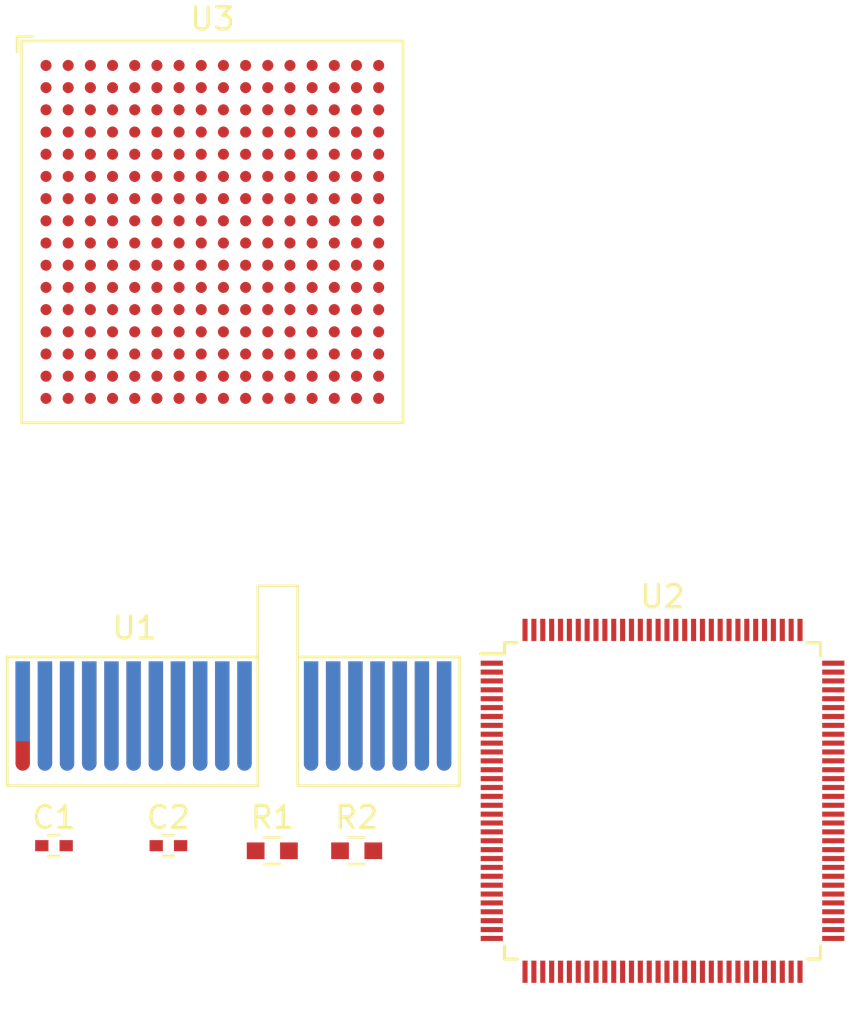
<source format=kicad_pcb>
(kicad_pcb (version 20171130) (host pcbnew "(5.0.0-rc2-dev-96-g5bbb4489b)")

  (general
    (thickness 1.6)
    (drawings 0)
    (tracks 0)
    (zones 0)
    (modules 7)
    (nets 408)
  )

  (page A4)
  (layers
    (0 F.Cu signal)
    (31 B.Cu signal)
    (32 B.Adhes user)
    (33 F.Adhes user)
    (34 B.Paste user)
    (35 F.Paste user)
    (36 B.SilkS user)
    (37 F.SilkS user)
    (38 B.Mask user)
    (39 F.Mask user)
    (40 Dwgs.User user)
    (41 Cmts.User user)
    (42 Eco1.User user)
    (43 Eco2.User user)
    (44 Edge.Cuts user)
    (45 Margin user)
    (46 B.CrtYd user)
    (47 F.CrtYd user)
    (48 B.Fab user)
    (49 F.Fab user)
  )

  (setup
    (last_trace_width 0.25)
    (trace_clearance 0.2)
    (zone_clearance 0.508)
    (zone_45_only no)
    (trace_min 0.2)
    (segment_width 0.2)
    (edge_width 0.15)
    (via_size 0.8)
    (via_drill 0.4)
    (via_min_size 0.4)
    (via_min_drill 0.3)
    (uvia_size 0.3)
    (uvia_drill 0.1)
    (uvias_allowed no)
    (uvia_min_size 0.2)
    (uvia_min_drill 0.1)
    (pcb_text_width 0.3)
    (pcb_text_size 1.5 1.5)
    (mod_edge_width 0.15)
    (mod_text_size 1 1)
    (mod_text_width 0.15)
    (pad_size 1.524 1.524)
    (pad_drill 0.762)
    (pad_to_mask_clearance 0.2)
    (aux_axis_origin 0 0)
    (visible_elements FFFFFF7F)
    (pcbplotparams
      (layerselection 0x010fc_ffffffff)
      (usegerberextensions false)
      (usegerberattributes false)
      (usegerberadvancedattributes false)
      (creategerberjobfile false)
      (excludeedgelayer true)
      (linewidth 0.100000)
      (plotframeref false)
      (viasonmask false)
      (mode 1)
      (useauxorigin false)
      (hpglpennumber 1)
      (hpglpenspeed 20)
      (hpglpendiameter 15)
      (psnegative false)
      (psa4output false)
      (plotreference true)
      (plotvalue true)
      (plotinvisibletext false)
      (padsonsilk false)
      (subtractmaskfromsilk false)
      (outputformat 1)
      (mirror false)
      (drillshape 1)
      (scaleselection 1)
      (outputdirectory ""))
  )

  (net 0 "")
  (net 1 /PCIe/CTX_P)
  (net 2 /PCIe/TX_P)
  (net 3 /PCIe/TX_N)
  (net 4 /PCIe/CTX_N)
  (net 5 "Net-(R1-Pad1)")
  (net 6 "Net-(R1-Pad2)")
  (net 7 "Net-(R2-Pad1)")
  (net 8 /PCIe/CLK_P)
  (net 9 GND)
  (net 10 /PCIe/CLK_N)
  (net 11 /PCIe/PERST)
  (net 12 "Net-(U1-PadA10)")
  (net 13 "Net-(U1-PadA9)")
  (net 14 "Net-(U1-PadA8)")
  (net 15 "Net-(U1-PadA7)")
  (net 16 "Net-(U1-PadA6)")
  (net 17 "Net-(U1-PadA5)")
  (net 18 "Net-(U1-PadA3)")
  (net 19 "Net-(U1-PadA2)")
  (net 20 /PCIe/PRESENT)
  (net 21 "Net-(U1-PadB12)")
  (net 22 "Net-(U1-PadB17)")
  (net 23 /PCIe/RX_N)
  (net 24 /PCIe/RX_P)
  (net 25 /PCIe/WAKE)
  (net 26 "Net-(U1-PadB10)")
  (net 27 "Net-(U1-PadB9)")
  (net 28 "Net-(U1-PadB8)")
  (net 29 "Net-(U1-PadB6)")
  (net 30 "Net-(U1-PadB5)")
  (net 31 "Net-(U1-PadB3)")
  (net 32 "Net-(U1-PadB2)")
  (net 33 "Net-(U1-PadB1)")
  (net 34 "Net-(U2-Pad128)")
  (net 35 "Net-(U2-Pad127)")
  (net 36 "Net-(U2-Pad126)")
  (net 37 /PCIe/AD4)
  (net 38 /PCIe/AD3)
  (net 39 /PCIe/AD2)
  (net 40 /PCIe/AD1)
  (net 41 /PCIe/AD0)
  (net 42 "Net-(U2-Pad120)")
  (net 43 "Net-(U2-Pad119)")
  (net 44 "Net-(U2-Pad118)")
  (net 45 "Net-(U2-Pad117)")
  (net 46 "Net-(U2-Pad116)")
  (net 47 "Net-(U2-Pad115)")
  (net 48 "Net-(U2-Pad114)")
  (net 49 "Net-(U2-Pad113)")
  (net 50 "Net-(U2-Pad112)")
  (net 51 "Net-(U2-Pad111)")
  (net 52 "Net-(U2-Pad110)")
  (net 53 "Net-(U2-Pad109)")
  (net 54 "Net-(U2-Pad108)")
  (net 55 "Net-(U2-Pad107)")
  (net 56 "Net-(U2-Pad106)")
  (net 57 "Net-(U2-Pad105)")
  (net 58 "Net-(U2-Pad104)")
  (net 59 "Net-(U2-Pad103)")
  (net 60 "Net-(U2-Pad102)")
  (net 61 "Net-(U2-Pad101)")
  (net 62 "Net-(U2-Pad100)")
  (net 63 "Net-(U2-Pad99)")
  (net 64 "Net-(U2-Pad98)")
  (net 65 "Net-(U2-Pad97)")
  (net 66 "Net-(U2-Pad96)")
  (net 67 "Net-(U2-Pad95)")
  (net 68 "Net-(U2-Pad92)")
  (net 69 "Net-(U2-Pad91)")
  (net 70 "Net-(U2-Pad90)")
  (net 71 "Net-(U2-Pad89)")
  (net 72 "Net-(U2-Pad86)")
  (net 73 "Net-(U2-Pad85)")
  (net 74 "Net-(U2-Pad84)")
  (net 75 "Net-(U2-Pad83)")
  (net 76 "Net-(U2-Pad82)")
  (net 77 "Net-(U2-Pad79)")
  (net 78 "Net-(U2-Pad78)")
  (net 79 "Net-(U2-Pad76)")
  (net 80 "Net-(U2-Pad75)")
  (net 81 "Net-(U2-Pad74)")
  (net 82 "Net-(U2-Pad73)")
  (net 83 "Net-(U2-Pad70)")
  (net 84 "Net-(U2-Pad69)")
  (net 85 "Net-(U2-Pad67)")
  (net 86 "Net-(U2-Pad66)")
  (net 87 "Net-(U2-Pad65)")
  (net 88 "Net-(U2-Pad64)")
  (net 89 "Net-(U2-Pad63)")
  (net 90 "Net-(U2-Pad62)")
  (net 91 "Net-(U2-Pad61)")
  (net 92 "Net-(U2-Pad60)")
  (net 93 "Net-(U2-Pad59)")
  (net 94 "Net-(U2-Pad58)")
  (net 95 "Net-(U2-Pad57)")
  (net 96 "Net-(U2-Pad56)")
  (net 97 "Net-(U2-Pad55)")
  (net 98 "Net-(U2-Pad54)")
  (net 99 "Net-(U2-Pad53)")
  (net 100 "Net-(U2-Pad52)")
  (net 101 "Net-(U2-Pad51)")
  (net 102 "Net-(U2-Pad50)")
  (net 103 "Net-(U2-Pad49)")
  (net 104 "Net-(U2-Pad48)")
  (net 105 "Net-(U2-Pad47)")
  (net 106 "Net-(U2-Pad46)")
  (net 107 "Net-(U2-Pad45)")
  (net 108 "Net-(U2-Pad44)")
  (net 109 "Net-(U2-Pad43)")
  (net 110 "Net-(U2-Pad42)")
  (net 111 "Net-(U2-Pad41)")
  (net 112 "Net-(U2-Pad40)")
  (net 113 "Net-(U2-Pad39)")
  (net 114 "Net-(U2-Pad38)")
  (net 115 "Net-(U2-Pad37)")
  (net 116 "Net-(U2-Pad36)")
  (net 117 "Net-(U2-Pad35)")
  (net 118 "Net-(U2-Pad34)")
  (net 119 "Net-(U2-Pad33)")
  (net 120 "Net-(U2-Pad32)")
  (net 121 "Net-(U2-Pad31)")
  (net 122 "Net-(U2-Pad30)")
  (net 123 "Net-(U2-Pad29)")
  (net 124 "Net-(U2-Pad28)")
  (net 125 "Net-(U2-Pad27)")
  (net 126 "Net-(U2-Pad26)")
  (net 127 "Net-(U2-Pad25)")
  (net 128 "Net-(U2-Pad24)")
  (net 129 "Net-(U2-Pad23)")
  (net 130 "Net-(U2-Pad22)")
  (net 131 "Net-(U2-Pad21)")
  (net 132 "Net-(U2-Pad20)")
  (net 133 "Net-(U2-Pad19)")
  (net 134 "Net-(U2-Pad18)")
  (net 135 "Net-(U2-Pad17)")
  (net 136 "Net-(U2-Pad16)")
  (net 137 "Net-(U2-Pad15)")
  (net 138 "Net-(U2-Pad14)")
  (net 139 "Net-(U2-Pad13)")
  (net 140 "Net-(U2-Pad12)")
  (net 141 "Net-(U2-Pad11)")
  (net 142 "Net-(U2-Pad10)")
  (net 143 "Net-(U2-Pad9)")
  (net 144 "Net-(U2-Pad8)")
  (net 145 "Net-(U2-Pad7)")
  (net 146 "Net-(U2-Pad6)")
  (net 147 "Net-(U2-Pad5)")
  (net 148 "Net-(U2-Pad4)")
  (net 149 "Net-(U2-Pad3)")
  (net 150 "Net-(U2-Pad2)")
  (net 151 "Net-(U2-Pad1)")
  (net 152 "Net-(U3-PadH16)")
  (net 153 /fpga/AD1)
  (net 154 /fpga/AD4)
  (net 155 /fpga/AD6)
  (net 156 "Net-(U3-PadM16)")
  (net 157 /fpga/AD9)
  (net 158 /fpga/AD11)
  (net 159 /fpga/AD13)
  (net 160 "Net-(U3-PadT16)")
  (net 161 "Net-(U3-PadN12)")
  (net 162 "Net-(U3-PadM12)")
  (net 163 "Net-(U3-PadL12)")
  (net 164 "Net-(U3-PadK12)")
  (net 165 /fpga/NTRDY)
  (net 166 "Net-(U3-PadL11)")
  (net 167 "Net-(U3-PadM11)")
  (net 168 "Net-(U3-PadN11)")
  (net 169 /fpga/AD15)
  (net 170 /fpga/AD12)
  (net 171 /fpga/AD10)
  (net 172 "Net-(U3-PadN15)")
  (net 173 /fpga/AD7)
  (net 174 "Net-(U3-PadL15)")
  (net 175 /fpga/AD3)
  (net 176 "Net-(U3-PadJ15)")
  (net 177 "Net-(U3-PadH15)")
  (net 178 /fpga/IDSEL)
  (net 179 /fpga/AD0)
  (net 180 /fpga/AD2)
  (net 181 /fpga/AD5)
  (net 182 "Net-(U3-PadM14)")
  (net 183 /fpga/AD8)
  (net 184 "Net-(U3-PadP14)")
  (net 185 /fpga/AD14)
  (net 186 "Net-(U3-PadT14)")
  (net 187 "Net-(U3-PadN10)")
  (net 188 "Net-(U3-PadM10)")
  (net 189 "Net-(U3-PadL10)")
  (net 190 "Net-(U3-PadK10)")
  (net 191 "Net-(U3-PadK9)")
  (net 192 "Net-(U3-PadL9)")
  (net 193 /fpga/AD16)
  (net 194 "Net-(U3-PadN9)")
  (net 195 "Net-(U3-PadT13)")
  (net 196 "Net-(U3-PadR13)")
  (net 197 "Net-(U3-PadP13)")
  (net 198 "Net-(U3-PadN13)")
  (net 199 "Net-(U3-PadM13)")
  (net 200 "Net-(U3-PadL13)")
  (net 201 "Net-(U3-PadK13)")
  (net 202 "Net-(U3-PadJ13)")
  (net 203 "Net-(U3-PadH13)")
  (net 204 "Net-(U3-PadJ12)")
  (net 205 "Net-(U3-PadJ11)")
  (net 206 "Net-(U3-PadJ10)")
  (net 207 "Net-(U3-PadH12)")
  (net 208 "Net-(U3-PadH11)")
  (net 209 "Net-(U3-PadH10)")
  (net 210 "Net-(U3-PadH9)")
  (net 211 "Net-(U3-PadT12)")
  (net 212 "Net-(U3-PadR12)")
  (net 213 "Net-(U3-PadG9)")
  (net 214 "Net-(U3-PadG10)")
  (net 215 "Net-(U3-PadG11)")
  (net 216 "Net-(U3-PadG12)")
  (net 217 "Net-(U3-PadJ9)")
  (net 218 "Net-(U3-PadF12)")
  (net 219 "Net-(U3-PadF11)")
  (net 220 "Net-(U3-PadF10)")
  (net 221 "Net-(U3-PadF9)")
  (net 222 "Net-(U3-PadP12)")
  (net 223 "Net-(U3-PadE12)")
  (net 224 "Net-(U3-PadE11)")
  (net 225 "Net-(U3-PadE10)")
  (net 226 "Net-(U3-PadE9)")
  (net 227 /fpga/AD17)
  (net 228 "Net-(U3-PadT11)")
  (net 229 "Net-(U3-PadT10)")
  (net 230 "Net-(U3-PadT9)")
  (net 231 /fpga/AD19)
  (net 232 /fpga/AD23)
  (net 233 "Net-(U3-PadR11)")
  (net 234 "Net-(U3-PadR10)")
  (net 235 "Net-(U3-PadR9)")
  (net 236 "Net-(U3-PadR8)")
  (net 237 /fpga/AD22)
  (net 238 "Net-(U3-PadP7)")
  (net 239 /fpga/AD18)
  (net 240 "Net-(U3-PadP9)")
  (net 241 "Net-(U3-PadP10)")
  (net 242 "Net-(U3-PadP11)")
  (net 243 "Net-(U3-PadN7)")
  (net 244 /fpga/AD28)
  (net 245 /fpga/AD31)
  (net 246 "Net-(U3-PadM8)")
  (net 247 /fpga/AD26)
  (net 248 /fpga/AD30)
  (net 249 "Net-(U3-PadR6)")
  (net 250 /fpga/AD29)
  (net 251 /fpga/AD25)
  (net 252 "Net-(U3-PadP5)")
  (net 253 /fpga/AD24)
  (net 254 /fpga/AD27)
  (net 255 "Net-(U3-PadM5)")
  (net 256 /fpga/AD20)
  (net 257 /fpga/AD21)
  (net 258 "Net-(U3-PadL6)")
  (net 259 "Net-(U3-PadL5)")
  (net 260 "Net-(U3-PadK8)")
  (net 261 "Net-(U3-PadK7)")
  (net 262 "Net-(U3-PadK6)")
  (net 263 "Net-(U3-PadK5)")
  (net 264 "Net-(U3-PadJ8)")
  (net 265 "Net-(U3-PadJ7)")
  (net 266 "Net-(U3-PadJ6)")
  (net 267 "Net-(U3-PadJ5)")
  (net 268 "Net-(U3-PadH8)")
  (net 269 "Net-(U3-PadH7)")
  (net 270 "Net-(U3-PadH6)")
  (net 271 "Net-(U3-PadH5)")
  (net 272 "Net-(U3-PadG8)")
  (net 273 "Net-(U3-PadG7)")
  (net 274 "Net-(U3-PadG6)")
  (net 275 "Net-(U3-PadG5)")
  (net 276 "Net-(U3-PadF8)")
  (net 277 "Net-(U3-PadF7)")
  (net 278 "Net-(U3-PadF6)")
  (net 279 "Net-(U3-PadF5)")
  (net 280 "Net-(U3-PadE5)")
  (net 281 "Net-(U3-PadE6)")
  (net 282 "Net-(U3-PadE7)")
  (net 283 "Net-(U3-PadE8)")
  (net 284 "Net-(U3-PadT4)")
  (net 285 "Net-(U3-PadT3)")
  (net 286 "Net-(U3-PadT2)")
  (net 287 "Net-(U3-PadT1)")
  (net 288 "Net-(U3-PadR1)")
  (net 289 "Net-(U3-PadP1)")
  (net 290 "Net-(U3-PadN1)")
  (net 291 "Net-(U3-PadR2)")
  (net 292 "Net-(U3-PadP2)")
  (net 293 "Net-(U3-PadN2)")
  (net 294 "Net-(U3-PadN3)")
  (net 295 "Net-(U3-PadP3)")
  (net 296 "Net-(U3-PadR3)")
  (net 297 "Net-(U3-PadR4)")
  (net 298 "Net-(U3-PadP4)")
  (net 299 "Net-(U3-PadN4)")
  (net 300 "Net-(U3-PadM4)")
  (net 301 "Net-(U3-PadM3)")
  (net 302 /fpga/IOBIT_11)
  (net 303 /fpga/IOBIT_10)
  (net 304 "Net-(U3-PadL1)")
  (net 305 "Net-(U3-PadL2)")
  (net 306 "Net-(U3-PadL3)")
  (net 307 "Net-(U3-PadL4)")
  (net 308 "Net-(U3-PadK4)")
  (net 309 "Net-(U3-PadK3)")
  (net 310 "Net-(U3-PadK2)")
  (net 311 "Net-(U3-PadK1)")
  (net 312 "Net-(U3-PadJ2)")
  (net 313 "Net-(U3-PadJ3)")
  (net 314 /fpga/IOBITS_0)
  (net 315 "Net-(U3-PadH4)")
  (net 316 "Net-(U3-PadH3)")
  (net 317 "Net-(U3-PadH2)")
  (net 318 "Net-(U3-PadG2)")
  (net 319 "Net-(U3-PadG3)")
  (net 320 "Net-(U3-PadG4)")
  (net 321 "Net-(U3-PadF4)")
  (net 322 "Net-(U3-PadF3)")
  (net 323 "Net-(U3-PadF2)")
  (net 324 "Net-(U3-PadE16)")
  (net 325 "Net-(U3-PadF16)")
  (net 326 "Net-(U3-PadG16)")
  (net 327 "Net-(U3-PadG15)")
  (net 328 "Net-(U3-PadF15)")
  (net 329 "Net-(U3-PadE15)")
  (net 330 "Net-(U3-PadE14)")
  (net 331 "Net-(U3-PadF14)")
  (net 332 "Net-(U3-PadG14)")
  (net 333 "Net-(U3-PadG13)")
  (net 334 "Net-(U3-PadF13)")
  (net 335 "Net-(U3-PadE13)")
  (net 336 "Net-(U3-PadC16)")
  (net 337 "Net-(U3-PadD16)")
  (net 338 "Net-(U3-PadD15)")
  (net 339 "Net-(U3-PadC15)")
  (net 340 "Net-(U3-PadD13)")
  (net 341 "Net-(U3-PadD14)")
  (net 342 "Net-(U3-PadC14)")
  (net 343 "Net-(U3-PadC13)")
  (net 344 "Net-(U3-PadC12)")
  (net 345 "Net-(U3-PadD12)")
  (net 346 "Net-(U3-PadD11)")
  (net 347 "Net-(U3-PadC11)")
  (net 348 "Net-(U3-PadD10)")
  (net 349 "Net-(U3-PadC10)")
  (net 350 "Net-(U3-PadE4)")
  (net 351 "Net-(U3-PadE3)")
  (net 352 "Net-(U3-PadE2)")
  (net 353 "Net-(U3-PadD9)")
  (net 354 "Net-(U3-PadD8)")
  (net 355 "Net-(U3-PadD7)")
  (net 356 "Net-(U3-PadD6)")
  (net 357 "Net-(U3-PadD5)")
  (net 358 "Net-(U3-PadD4)")
  (net 359 "Net-(U3-PadD3)")
  (net 360 "Net-(U3-PadD2)")
  (net 361 "Net-(U3-PadC9)")
  (net 362 "Net-(U3-PadC8)")
  (net 363 "Net-(U3-PadC7)")
  (net 364 "Net-(U3-PadC6)")
  (net 365 "Net-(U3-PadC5)")
  (net 366 "Net-(U3-PadC4)")
  (net 367 "Net-(U3-PadC3)")
  (net 368 "Net-(U3-PadC2)")
  (net 369 "Net-(U3-PadB4)")
  (net 370 "Net-(U3-PadB3)")
  (net 371 "Net-(U3-PadB2)")
  (net 372 "Net-(U3-PadB5)")
  (net 373 "Net-(U3-PadB6)")
  (net 374 "Net-(U3-PadB7)")
  (net 375 "Net-(U3-PadB8)")
  (net 376 "Net-(U3-PadB9)")
  (net 377 "Net-(U3-PadB10)")
  (net 378 "Net-(U3-PadB11)")
  (net 379 "Net-(U3-PadB12)")
  (net 380 "Net-(U3-PadB13)")
  (net 381 "Net-(U3-PadB14)")
  (net 382 "Net-(U3-PadB15)")
  (net 383 "Net-(U3-PadB16)")
  (net 384 "Net-(U3-PadJ1)")
  (net 385 "Net-(U3-PadH1)")
  (net 386 "Net-(U3-PadG1)")
  (net 387 "Net-(U3-PadF1)")
  (net 388 "Net-(U3-PadE1)")
  (net 389 "Net-(U3-PadD1)")
  (net 390 "Net-(U3-PadC1)")
  (net 391 "Net-(U3-PadB1)")
  (net 392 "Net-(U3-PadA16)")
  (net 393 "Net-(U3-PadA15)")
  (net 394 "Net-(U3-PadA14)")
  (net 395 "Net-(U3-PadA13)")
  (net 396 "Net-(U3-PadA12)")
  (net 397 "Net-(U3-PadA11)")
  (net 398 "Net-(U3-PadA10)")
  (net 399 "Net-(U3-PadA9)")
  (net 400 "Net-(U3-PadA8)")
  (net 401 "Net-(U3-PadA7)")
  (net 402 "Net-(U3-PadA6)")
  (net 403 "Net-(U3-PadA5)")
  (net 404 "Net-(U3-PadA4)")
  (net 405 "Net-(U3-PadA3)")
  (net 406 "Net-(U3-PadA2)")
  (net 407 "Net-(U3-PadA1)")

  (net_class Default "To jest domyślna klasa połączeń."
    (clearance 0.2)
    (trace_width 0.25)
    (via_dia 0.8)
    (via_drill 0.4)
    (uvia_dia 0.3)
    (uvia_drill 0.1)
    (add_net /PCIe/AD0)
    (add_net /PCIe/AD1)
    (add_net /PCIe/AD2)
    (add_net /PCIe/AD3)
    (add_net /PCIe/AD4)
    (add_net /PCIe/CLK_N)
    (add_net /PCIe/CLK_P)
    (add_net /PCIe/CTX_N)
    (add_net /PCIe/CTX_P)
    (add_net /PCIe/PERST)
    (add_net /PCIe/PRESENT)
    (add_net /PCIe/RX_N)
    (add_net /PCIe/RX_P)
    (add_net /PCIe/TX_N)
    (add_net /PCIe/TX_P)
    (add_net /PCIe/WAKE)
    (add_net /fpga/AD0)
    (add_net /fpga/AD1)
    (add_net /fpga/AD10)
    (add_net /fpga/AD11)
    (add_net /fpga/AD12)
    (add_net /fpga/AD13)
    (add_net /fpga/AD14)
    (add_net /fpga/AD15)
    (add_net /fpga/AD16)
    (add_net /fpga/AD17)
    (add_net /fpga/AD18)
    (add_net /fpga/AD19)
    (add_net /fpga/AD2)
    (add_net /fpga/AD20)
    (add_net /fpga/AD21)
    (add_net /fpga/AD22)
    (add_net /fpga/AD23)
    (add_net /fpga/AD24)
    (add_net /fpga/AD25)
    (add_net /fpga/AD26)
    (add_net /fpga/AD27)
    (add_net /fpga/AD28)
    (add_net /fpga/AD29)
    (add_net /fpga/AD3)
    (add_net /fpga/AD30)
    (add_net /fpga/AD31)
    (add_net /fpga/AD4)
    (add_net /fpga/AD5)
    (add_net /fpga/AD6)
    (add_net /fpga/AD7)
    (add_net /fpga/AD8)
    (add_net /fpga/AD9)
    (add_net /fpga/IDSEL)
    (add_net /fpga/IOBITS_0)
    (add_net /fpga/IOBIT_10)
    (add_net /fpga/IOBIT_11)
    (add_net /fpga/NTRDY)
    (add_net GND)
    (add_net "Net-(R1-Pad1)")
    (add_net "Net-(R1-Pad2)")
    (add_net "Net-(R2-Pad1)")
    (add_net "Net-(U1-PadA10)")
    (add_net "Net-(U1-PadA2)")
    (add_net "Net-(U1-PadA3)")
    (add_net "Net-(U1-PadA5)")
    (add_net "Net-(U1-PadA6)")
    (add_net "Net-(U1-PadA7)")
    (add_net "Net-(U1-PadA8)")
    (add_net "Net-(U1-PadA9)")
    (add_net "Net-(U1-PadB1)")
    (add_net "Net-(U1-PadB10)")
    (add_net "Net-(U1-PadB12)")
    (add_net "Net-(U1-PadB17)")
    (add_net "Net-(U1-PadB2)")
    (add_net "Net-(U1-PadB3)")
    (add_net "Net-(U1-PadB5)")
    (add_net "Net-(U1-PadB6)")
    (add_net "Net-(U1-PadB8)")
    (add_net "Net-(U1-PadB9)")
    (add_net "Net-(U2-Pad1)")
    (add_net "Net-(U2-Pad10)")
    (add_net "Net-(U2-Pad100)")
    (add_net "Net-(U2-Pad101)")
    (add_net "Net-(U2-Pad102)")
    (add_net "Net-(U2-Pad103)")
    (add_net "Net-(U2-Pad104)")
    (add_net "Net-(U2-Pad105)")
    (add_net "Net-(U2-Pad106)")
    (add_net "Net-(U2-Pad107)")
    (add_net "Net-(U2-Pad108)")
    (add_net "Net-(U2-Pad109)")
    (add_net "Net-(U2-Pad11)")
    (add_net "Net-(U2-Pad110)")
    (add_net "Net-(U2-Pad111)")
    (add_net "Net-(U2-Pad112)")
    (add_net "Net-(U2-Pad113)")
    (add_net "Net-(U2-Pad114)")
    (add_net "Net-(U2-Pad115)")
    (add_net "Net-(U2-Pad116)")
    (add_net "Net-(U2-Pad117)")
    (add_net "Net-(U2-Pad118)")
    (add_net "Net-(U2-Pad119)")
    (add_net "Net-(U2-Pad12)")
    (add_net "Net-(U2-Pad120)")
    (add_net "Net-(U2-Pad126)")
    (add_net "Net-(U2-Pad127)")
    (add_net "Net-(U2-Pad128)")
    (add_net "Net-(U2-Pad13)")
    (add_net "Net-(U2-Pad14)")
    (add_net "Net-(U2-Pad15)")
    (add_net "Net-(U2-Pad16)")
    (add_net "Net-(U2-Pad17)")
    (add_net "Net-(U2-Pad18)")
    (add_net "Net-(U2-Pad19)")
    (add_net "Net-(U2-Pad2)")
    (add_net "Net-(U2-Pad20)")
    (add_net "Net-(U2-Pad21)")
    (add_net "Net-(U2-Pad22)")
    (add_net "Net-(U2-Pad23)")
    (add_net "Net-(U2-Pad24)")
    (add_net "Net-(U2-Pad25)")
    (add_net "Net-(U2-Pad26)")
    (add_net "Net-(U2-Pad27)")
    (add_net "Net-(U2-Pad28)")
    (add_net "Net-(U2-Pad29)")
    (add_net "Net-(U2-Pad3)")
    (add_net "Net-(U2-Pad30)")
    (add_net "Net-(U2-Pad31)")
    (add_net "Net-(U2-Pad32)")
    (add_net "Net-(U2-Pad33)")
    (add_net "Net-(U2-Pad34)")
    (add_net "Net-(U2-Pad35)")
    (add_net "Net-(U2-Pad36)")
    (add_net "Net-(U2-Pad37)")
    (add_net "Net-(U2-Pad38)")
    (add_net "Net-(U2-Pad39)")
    (add_net "Net-(U2-Pad4)")
    (add_net "Net-(U2-Pad40)")
    (add_net "Net-(U2-Pad41)")
    (add_net "Net-(U2-Pad42)")
    (add_net "Net-(U2-Pad43)")
    (add_net "Net-(U2-Pad44)")
    (add_net "Net-(U2-Pad45)")
    (add_net "Net-(U2-Pad46)")
    (add_net "Net-(U2-Pad47)")
    (add_net "Net-(U2-Pad48)")
    (add_net "Net-(U2-Pad49)")
    (add_net "Net-(U2-Pad5)")
    (add_net "Net-(U2-Pad50)")
    (add_net "Net-(U2-Pad51)")
    (add_net "Net-(U2-Pad52)")
    (add_net "Net-(U2-Pad53)")
    (add_net "Net-(U2-Pad54)")
    (add_net "Net-(U2-Pad55)")
    (add_net "Net-(U2-Pad56)")
    (add_net "Net-(U2-Pad57)")
    (add_net "Net-(U2-Pad58)")
    (add_net "Net-(U2-Pad59)")
    (add_net "Net-(U2-Pad6)")
    (add_net "Net-(U2-Pad60)")
    (add_net "Net-(U2-Pad61)")
    (add_net "Net-(U2-Pad62)")
    (add_net "Net-(U2-Pad63)")
    (add_net "Net-(U2-Pad64)")
    (add_net "Net-(U2-Pad65)")
    (add_net "Net-(U2-Pad66)")
    (add_net "Net-(U2-Pad67)")
    (add_net "Net-(U2-Pad69)")
    (add_net "Net-(U2-Pad7)")
    (add_net "Net-(U2-Pad70)")
    (add_net "Net-(U2-Pad73)")
    (add_net "Net-(U2-Pad74)")
    (add_net "Net-(U2-Pad75)")
    (add_net "Net-(U2-Pad76)")
    (add_net "Net-(U2-Pad78)")
    (add_net "Net-(U2-Pad79)")
    (add_net "Net-(U2-Pad8)")
    (add_net "Net-(U2-Pad82)")
    (add_net "Net-(U2-Pad83)")
    (add_net "Net-(U2-Pad84)")
    (add_net "Net-(U2-Pad85)")
    (add_net "Net-(U2-Pad86)")
    (add_net "Net-(U2-Pad89)")
    (add_net "Net-(U2-Pad9)")
    (add_net "Net-(U2-Pad90)")
    (add_net "Net-(U2-Pad91)")
    (add_net "Net-(U2-Pad92)")
    (add_net "Net-(U2-Pad95)")
    (add_net "Net-(U2-Pad96)")
    (add_net "Net-(U2-Pad97)")
    (add_net "Net-(U2-Pad98)")
    (add_net "Net-(U2-Pad99)")
    (add_net "Net-(U3-PadA1)")
    (add_net "Net-(U3-PadA10)")
    (add_net "Net-(U3-PadA11)")
    (add_net "Net-(U3-PadA12)")
    (add_net "Net-(U3-PadA13)")
    (add_net "Net-(U3-PadA14)")
    (add_net "Net-(U3-PadA15)")
    (add_net "Net-(U3-PadA16)")
    (add_net "Net-(U3-PadA2)")
    (add_net "Net-(U3-PadA3)")
    (add_net "Net-(U3-PadA4)")
    (add_net "Net-(U3-PadA5)")
    (add_net "Net-(U3-PadA6)")
    (add_net "Net-(U3-PadA7)")
    (add_net "Net-(U3-PadA8)")
    (add_net "Net-(U3-PadA9)")
    (add_net "Net-(U3-PadB1)")
    (add_net "Net-(U3-PadB10)")
    (add_net "Net-(U3-PadB11)")
    (add_net "Net-(U3-PadB12)")
    (add_net "Net-(U3-PadB13)")
    (add_net "Net-(U3-PadB14)")
    (add_net "Net-(U3-PadB15)")
    (add_net "Net-(U3-PadB16)")
    (add_net "Net-(U3-PadB2)")
    (add_net "Net-(U3-PadB3)")
    (add_net "Net-(U3-PadB4)")
    (add_net "Net-(U3-PadB5)")
    (add_net "Net-(U3-PadB6)")
    (add_net "Net-(U3-PadB7)")
    (add_net "Net-(U3-PadB8)")
    (add_net "Net-(U3-PadB9)")
    (add_net "Net-(U3-PadC1)")
    (add_net "Net-(U3-PadC10)")
    (add_net "Net-(U3-PadC11)")
    (add_net "Net-(U3-PadC12)")
    (add_net "Net-(U3-PadC13)")
    (add_net "Net-(U3-PadC14)")
    (add_net "Net-(U3-PadC15)")
    (add_net "Net-(U3-PadC16)")
    (add_net "Net-(U3-PadC2)")
    (add_net "Net-(U3-PadC3)")
    (add_net "Net-(U3-PadC4)")
    (add_net "Net-(U3-PadC5)")
    (add_net "Net-(U3-PadC6)")
    (add_net "Net-(U3-PadC7)")
    (add_net "Net-(U3-PadC8)")
    (add_net "Net-(U3-PadC9)")
    (add_net "Net-(U3-PadD1)")
    (add_net "Net-(U3-PadD10)")
    (add_net "Net-(U3-PadD11)")
    (add_net "Net-(U3-PadD12)")
    (add_net "Net-(U3-PadD13)")
    (add_net "Net-(U3-PadD14)")
    (add_net "Net-(U3-PadD15)")
    (add_net "Net-(U3-PadD16)")
    (add_net "Net-(U3-PadD2)")
    (add_net "Net-(U3-PadD3)")
    (add_net "Net-(U3-PadD4)")
    (add_net "Net-(U3-PadD5)")
    (add_net "Net-(U3-PadD6)")
    (add_net "Net-(U3-PadD7)")
    (add_net "Net-(U3-PadD8)")
    (add_net "Net-(U3-PadD9)")
    (add_net "Net-(U3-PadE1)")
    (add_net "Net-(U3-PadE10)")
    (add_net "Net-(U3-PadE11)")
    (add_net "Net-(U3-PadE12)")
    (add_net "Net-(U3-PadE13)")
    (add_net "Net-(U3-PadE14)")
    (add_net "Net-(U3-PadE15)")
    (add_net "Net-(U3-PadE16)")
    (add_net "Net-(U3-PadE2)")
    (add_net "Net-(U3-PadE3)")
    (add_net "Net-(U3-PadE4)")
    (add_net "Net-(U3-PadE5)")
    (add_net "Net-(U3-PadE6)")
    (add_net "Net-(U3-PadE7)")
    (add_net "Net-(U3-PadE8)")
    (add_net "Net-(U3-PadE9)")
    (add_net "Net-(U3-PadF1)")
    (add_net "Net-(U3-PadF10)")
    (add_net "Net-(U3-PadF11)")
    (add_net "Net-(U3-PadF12)")
    (add_net "Net-(U3-PadF13)")
    (add_net "Net-(U3-PadF14)")
    (add_net "Net-(U3-PadF15)")
    (add_net "Net-(U3-PadF16)")
    (add_net "Net-(U3-PadF2)")
    (add_net "Net-(U3-PadF3)")
    (add_net "Net-(U3-PadF4)")
    (add_net "Net-(U3-PadF5)")
    (add_net "Net-(U3-PadF6)")
    (add_net "Net-(U3-PadF7)")
    (add_net "Net-(U3-PadF8)")
    (add_net "Net-(U3-PadF9)")
    (add_net "Net-(U3-PadG1)")
    (add_net "Net-(U3-PadG10)")
    (add_net "Net-(U3-PadG11)")
    (add_net "Net-(U3-PadG12)")
    (add_net "Net-(U3-PadG13)")
    (add_net "Net-(U3-PadG14)")
    (add_net "Net-(U3-PadG15)")
    (add_net "Net-(U3-PadG16)")
    (add_net "Net-(U3-PadG2)")
    (add_net "Net-(U3-PadG3)")
    (add_net "Net-(U3-PadG4)")
    (add_net "Net-(U3-PadG5)")
    (add_net "Net-(U3-PadG6)")
    (add_net "Net-(U3-PadG7)")
    (add_net "Net-(U3-PadG8)")
    (add_net "Net-(U3-PadG9)")
    (add_net "Net-(U3-PadH1)")
    (add_net "Net-(U3-PadH10)")
    (add_net "Net-(U3-PadH11)")
    (add_net "Net-(U3-PadH12)")
    (add_net "Net-(U3-PadH13)")
    (add_net "Net-(U3-PadH15)")
    (add_net "Net-(U3-PadH16)")
    (add_net "Net-(U3-PadH2)")
    (add_net "Net-(U3-PadH3)")
    (add_net "Net-(U3-PadH4)")
    (add_net "Net-(U3-PadH5)")
    (add_net "Net-(U3-PadH6)")
    (add_net "Net-(U3-PadH7)")
    (add_net "Net-(U3-PadH8)")
    (add_net "Net-(U3-PadH9)")
    (add_net "Net-(U3-PadJ1)")
    (add_net "Net-(U3-PadJ10)")
    (add_net "Net-(U3-PadJ11)")
    (add_net "Net-(U3-PadJ12)")
    (add_net "Net-(U3-PadJ13)")
    (add_net "Net-(U3-PadJ15)")
    (add_net "Net-(U3-PadJ2)")
    (add_net "Net-(U3-PadJ3)")
    (add_net "Net-(U3-PadJ5)")
    (add_net "Net-(U3-PadJ6)")
    (add_net "Net-(U3-PadJ7)")
    (add_net "Net-(U3-PadJ8)")
    (add_net "Net-(U3-PadJ9)")
    (add_net "Net-(U3-PadK1)")
    (add_net "Net-(U3-PadK10)")
    (add_net "Net-(U3-PadK12)")
    (add_net "Net-(U3-PadK13)")
    (add_net "Net-(U3-PadK2)")
    (add_net "Net-(U3-PadK3)")
    (add_net "Net-(U3-PadK4)")
    (add_net "Net-(U3-PadK5)")
    (add_net "Net-(U3-PadK6)")
    (add_net "Net-(U3-PadK7)")
    (add_net "Net-(U3-PadK8)")
    (add_net "Net-(U3-PadK9)")
    (add_net "Net-(U3-PadL1)")
    (add_net "Net-(U3-PadL10)")
    (add_net "Net-(U3-PadL11)")
    (add_net "Net-(U3-PadL12)")
    (add_net "Net-(U3-PadL13)")
    (add_net "Net-(U3-PadL15)")
    (add_net "Net-(U3-PadL2)")
    (add_net "Net-(U3-PadL3)")
    (add_net "Net-(U3-PadL4)")
    (add_net "Net-(U3-PadL5)")
    (add_net "Net-(U3-PadL6)")
    (add_net "Net-(U3-PadL9)")
    (add_net "Net-(U3-PadM10)")
    (add_net "Net-(U3-PadM11)")
    (add_net "Net-(U3-PadM12)")
    (add_net "Net-(U3-PadM13)")
    (add_net "Net-(U3-PadM14)")
    (add_net "Net-(U3-PadM16)")
    (add_net "Net-(U3-PadM3)")
    (add_net "Net-(U3-PadM4)")
    (add_net "Net-(U3-PadM5)")
    (add_net "Net-(U3-PadM8)")
    (add_net "Net-(U3-PadN1)")
    (add_net "Net-(U3-PadN10)")
    (add_net "Net-(U3-PadN11)")
    (add_net "Net-(U3-PadN12)")
    (add_net "Net-(U3-PadN13)")
    (add_net "Net-(U3-PadN15)")
    (add_net "Net-(U3-PadN2)")
    (add_net "Net-(U3-PadN3)")
    (add_net "Net-(U3-PadN4)")
    (add_net "Net-(U3-PadN7)")
    (add_net "Net-(U3-PadN9)")
    (add_net "Net-(U3-PadP1)")
    (add_net "Net-(U3-PadP10)")
    (add_net "Net-(U3-PadP11)")
    (add_net "Net-(U3-PadP12)")
    (add_net "Net-(U3-PadP13)")
    (add_net "Net-(U3-PadP14)")
    (add_net "Net-(U3-PadP2)")
    (add_net "Net-(U3-PadP3)")
    (add_net "Net-(U3-PadP4)")
    (add_net "Net-(U3-PadP5)")
    (add_net "Net-(U3-PadP7)")
    (add_net "Net-(U3-PadP9)")
    (add_net "Net-(U3-PadR1)")
    (add_net "Net-(U3-PadR10)")
    (add_net "Net-(U3-PadR11)")
    (add_net "Net-(U3-PadR12)")
    (add_net "Net-(U3-PadR13)")
    (add_net "Net-(U3-PadR2)")
    (add_net "Net-(U3-PadR3)")
    (add_net "Net-(U3-PadR4)")
    (add_net "Net-(U3-PadR6)")
    (add_net "Net-(U3-PadR8)")
    (add_net "Net-(U3-PadR9)")
    (add_net "Net-(U3-PadT1)")
    (add_net "Net-(U3-PadT10)")
    (add_net "Net-(U3-PadT11)")
    (add_net "Net-(U3-PadT12)")
    (add_net "Net-(U3-PadT13)")
    (add_net "Net-(U3-PadT14)")
    (add_net "Net-(U3-PadT16)")
    (add_net "Net-(U3-PadT2)")
    (add_net "Net-(U3-PadT3)")
    (add_net "Net-(U3-PadT4)")
    (add_net "Net-(U3-PadT9)")
  )

  (module Capacitors_SMD:C_0402 (layer F.Cu) (tedit 58AA841A) (tstamp 5D53F8C0)
    (at 128.484524 110.8075)
    (descr "Capacitor SMD 0402, reflow soldering, AVX (see smccp.pdf)")
    (tags "capacitor 0402")
    (path /5D543BF7/5D5466ED)
    (attr smd)
    (fp_text reference C1 (at 0 -1.27) (layer F.SilkS)
      (effects (font (size 1 1) (thickness 0.15)))
    )
    (fp_text value 100nF (at 0 1.27) (layer F.Fab)
      (effects (font (size 1 1) (thickness 0.15)))
    )
    (fp_line (start 1 0.4) (end -1 0.4) (layer F.CrtYd) (width 0.05))
    (fp_line (start 1 0.4) (end 1 -0.4) (layer F.CrtYd) (width 0.05))
    (fp_line (start -1 -0.4) (end -1 0.4) (layer F.CrtYd) (width 0.05))
    (fp_line (start -1 -0.4) (end 1 -0.4) (layer F.CrtYd) (width 0.05))
    (fp_line (start -0.25 0.47) (end 0.25 0.47) (layer F.SilkS) (width 0.12))
    (fp_line (start 0.25 -0.47) (end -0.25 -0.47) (layer F.SilkS) (width 0.12))
    (fp_line (start -0.5 -0.25) (end 0.5 -0.25) (layer F.Fab) (width 0.1))
    (fp_line (start 0.5 -0.25) (end 0.5 0.25) (layer F.Fab) (width 0.1))
    (fp_line (start 0.5 0.25) (end -0.5 0.25) (layer F.Fab) (width 0.1))
    (fp_line (start -0.5 0.25) (end -0.5 -0.25) (layer F.Fab) (width 0.1))
    (fp_text user %R (at 0 -1.27) (layer F.Fab)
      (effects (font (size 1 1) (thickness 0.15)))
    )
    (pad 2 smd rect (at 0.55 0) (size 0.6 0.5) (layers F.Cu F.Paste F.Mask)
      (net 1 /PCIe/CTX_P))
    (pad 1 smd rect (at -0.55 0) (size 0.6 0.5) (layers F.Cu F.Paste F.Mask)
      (net 2 /PCIe/TX_P))
    (model Capacitors_SMD.3dshapes/C_0402.wrl
      (at (xyz 0 0 0))
      (scale (xyz 1 1 1))
      (rotate (xyz 0 0 0))
    )
  )

  (module Capacitors_SMD:C_0402 (layer F.Cu) (tedit 58AA841A) (tstamp 5D53F8D1)
    (at 133.644524 110.8075)
    (descr "Capacitor SMD 0402, reflow soldering, AVX (see smccp.pdf)")
    (tags "capacitor 0402")
    (path /5D543BF7/5D546770)
    (attr smd)
    (fp_text reference C2 (at 0 -1.27) (layer F.SilkS)
      (effects (font (size 1 1) (thickness 0.15)))
    )
    (fp_text value 100nF (at 0 1.27) (layer F.Fab)
      (effects (font (size 1 1) (thickness 0.15)))
    )
    (fp_text user %R (at 0 -1.27) (layer F.Fab)
      (effects (font (size 1 1) (thickness 0.15)))
    )
    (fp_line (start -0.5 0.25) (end -0.5 -0.25) (layer F.Fab) (width 0.1))
    (fp_line (start 0.5 0.25) (end -0.5 0.25) (layer F.Fab) (width 0.1))
    (fp_line (start 0.5 -0.25) (end 0.5 0.25) (layer F.Fab) (width 0.1))
    (fp_line (start -0.5 -0.25) (end 0.5 -0.25) (layer F.Fab) (width 0.1))
    (fp_line (start 0.25 -0.47) (end -0.25 -0.47) (layer F.SilkS) (width 0.12))
    (fp_line (start -0.25 0.47) (end 0.25 0.47) (layer F.SilkS) (width 0.12))
    (fp_line (start -1 -0.4) (end 1 -0.4) (layer F.CrtYd) (width 0.05))
    (fp_line (start -1 -0.4) (end -1 0.4) (layer F.CrtYd) (width 0.05))
    (fp_line (start 1 0.4) (end 1 -0.4) (layer F.CrtYd) (width 0.05))
    (fp_line (start 1 0.4) (end -1 0.4) (layer F.CrtYd) (width 0.05))
    (pad 1 smd rect (at -0.55 0) (size 0.6 0.5) (layers F.Cu F.Paste F.Mask)
      (net 3 /PCIe/TX_N))
    (pad 2 smd rect (at 0.55 0) (size 0.6 0.5) (layers F.Cu F.Paste F.Mask)
      (net 4 /PCIe/CTX_N))
    (model Capacitors_SMD.3dshapes/C_0402.wrl
      (at (xyz 0 0 0))
      (scale (xyz 1 1 1))
      (rotate (xyz 0 0 0))
    )
  )

  (module Capacitors_SMD:C_0603 (layer F.Cu) (tedit 59958EE7) (tstamp 5D53F8E2)
    (at 138.328333 111.0375)
    (descr "Capacitor SMD 0603, reflow soldering, AVX (see smccp.pdf)")
    (tags "capacitor 0603")
    (path /5D543BF7/5D54F0E3)
    (attr smd)
    (fp_text reference R1 (at 0 -1.5) (layer F.SilkS)
      (effects (font (size 1 1) (thickness 0.15)))
    )
    (fp_text value 14k3 (at 0 1.5) (layer F.Fab)
      (effects (font (size 1 1) (thickness 0.15)))
    )
    (fp_text user %R (at 0 0) (layer F.Fab)
      (effects (font (size 0.3 0.3) (thickness 0.075)))
    )
    (fp_line (start -0.8 0.4) (end -0.8 -0.4) (layer F.Fab) (width 0.1))
    (fp_line (start 0.8 0.4) (end -0.8 0.4) (layer F.Fab) (width 0.1))
    (fp_line (start 0.8 -0.4) (end 0.8 0.4) (layer F.Fab) (width 0.1))
    (fp_line (start -0.8 -0.4) (end 0.8 -0.4) (layer F.Fab) (width 0.1))
    (fp_line (start -0.35 -0.6) (end 0.35 -0.6) (layer F.SilkS) (width 0.12))
    (fp_line (start 0.35 0.6) (end -0.35 0.6) (layer F.SilkS) (width 0.12))
    (fp_line (start -1.4 -0.65) (end 1.4 -0.65) (layer F.CrtYd) (width 0.05))
    (fp_line (start -1.4 -0.65) (end -1.4 0.65) (layer F.CrtYd) (width 0.05))
    (fp_line (start 1.4 0.65) (end 1.4 -0.65) (layer F.CrtYd) (width 0.05))
    (fp_line (start 1.4 0.65) (end -1.4 0.65) (layer F.CrtYd) (width 0.05))
    (pad 1 smd rect (at -0.75 0) (size 0.8 0.75) (layers F.Cu F.Paste F.Mask)
      (net 5 "Net-(R1-Pad1)"))
    (pad 2 smd rect (at 0.75 0) (size 0.8 0.75) (layers F.Cu F.Paste F.Mask)
      (net 6 "Net-(R1-Pad2)"))
    (model Capacitors_SMD.3dshapes/C_0603.wrl
      (at (xyz 0 0 0))
      (scale (xyz 1 1 1))
      (rotate (xyz 0 0 0))
    )
  )

  (module Capacitors_SMD:C_0603 (layer F.Cu) (tedit 59958EE7) (tstamp 5D53F8F3)
    (at 142.133571 111.0375)
    (descr "Capacitor SMD 0603, reflow soldering, AVX (see smccp.pdf)")
    (tags "capacitor 0603")
    (path /5D543BF7/5D54F231)
    (attr smd)
    (fp_text reference R2 (at 0 -1.5) (layer F.SilkS)
      (effects (font (size 1 1) (thickness 0.15)))
    )
    (fp_text value 232 (at 0 1.5) (layer F.Fab)
      (effects (font (size 1 1) (thickness 0.15)))
    )
    (fp_line (start 1.4 0.65) (end -1.4 0.65) (layer F.CrtYd) (width 0.05))
    (fp_line (start 1.4 0.65) (end 1.4 -0.65) (layer F.CrtYd) (width 0.05))
    (fp_line (start -1.4 -0.65) (end -1.4 0.65) (layer F.CrtYd) (width 0.05))
    (fp_line (start -1.4 -0.65) (end 1.4 -0.65) (layer F.CrtYd) (width 0.05))
    (fp_line (start 0.35 0.6) (end -0.35 0.6) (layer F.SilkS) (width 0.12))
    (fp_line (start -0.35 -0.6) (end 0.35 -0.6) (layer F.SilkS) (width 0.12))
    (fp_line (start -0.8 -0.4) (end 0.8 -0.4) (layer F.Fab) (width 0.1))
    (fp_line (start 0.8 -0.4) (end 0.8 0.4) (layer F.Fab) (width 0.1))
    (fp_line (start 0.8 0.4) (end -0.8 0.4) (layer F.Fab) (width 0.1))
    (fp_line (start -0.8 0.4) (end -0.8 -0.4) (layer F.Fab) (width 0.1))
    (fp_text user %R (at 0 0) (layer F.Fab)
      (effects (font (size 0.3 0.3) (thickness 0.075)))
    )
    (pad 2 smd rect (at 0.75 0) (size 0.8 0.75) (layers F.Cu F.Paste F.Mask)
      (net 6 "Net-(R1-Pad2)"))
    (pad 1 smd rect (at -0.75 0) (size 0.8 0.75) (layers F.Cu F.Paste F.Mask)
      (net 7 "Net-(R2-Pad1)"))
    (model Capacitors_SMD.3dshapes/C_0603.wrl
      (at (xyz 0 0 0))
      (scale (xyz 1 1 1))
      (rotate (xyz 0 0 0))
    )
  )

  (module my_footprint_lib:BUS_PCIexpress (layer F.Cu) (tedit 5A1AAD55) (tstamp 5D53F94D)
    (at 127.075001 104.305001)
    (descr "PCIexpress Bus Edge Connector")
    (tags "PCIexpress Bus Edge Connector")
    (path /5D543BF7/5D543DC5)
    (attr virtual)
    (fp_text reference U1 (at 5.05 -3.31) (layer F.SilkS)
      (effects (font (size 1 1) (thickness 0.15)))
    )
    (fp_text value PCIe_x1 (at 16.48 -3.31) (layer F.Fab)
      (effects (font (size 1 1) (thickness 0.15)))
    )
    (fp_line (start 19.95 4.05) (end -0.95 4.05) (layer F.CrtYd) (width 0.05))
    (fp_line (start 19.95 4.05) (end 19.95 -5.45) (layer F.CrtYd) (width 0.05))
    (fp_line (start -0.95 -5.45) (end -0.95 4.05) (layer F.CrtYd) (width 0.05))
    (fp_line (start -0.95 -5.45) (end 19.95 -5.45) (layer F.CrtYd) (width 0.05))
    (fp_line (start 19.7 -2) (end 19.7 3.8) (layer F.SilkS) (width 0.12))
    (fp_line (start 12.4 -2) (end 12.4 3.8) (layer F.SilkS) (width 0.12))
    (fp_line (start 12.4 3.8) (end 19.7 3.8) (layer F.SilkS) (width 0.12))
    (fp_line (start 19.7 -2) (end 12.4 -2) (layer F.SilkS) (width 0.12))
    (fp_line (start -0.7 3.8) (end -0.7 -2) (layer F.SilkS) (width 0.12))
    (fp_line (start 10.6 3.8) (end -0.7 3.8) (layer F.SilkS) (width 0.12))
    (fp_line (start 10.6 -2) (end 10.6 3.8) (layer F.SilkS) (width 0.12))
    (fp_line (start -0.7 -2) (end 10.6 -2) (layer F.SilkS) (width 0.12))
    (fp_line (start 12.4 -5.2) (end 12.4 -2) (layer F.SilkS) (width 0.12))
    (fp_line (start 10.6 -5.2) (end 12.4 -5.2) (layer F.SilkS) (width 0.12))
    (fp_line (start 10.6 -2) (end 10.6 -5.2) (layer F.SilkS) (width 0.12))
    (fp_text user %R (at 9.5 0.662) (layer F.Fab)
      (effects (font (size 1 1) (thickness 0.15)))
    )
    (pad "" connect oval (at 1 2.8 90) (size 0.65 0.65) (layers B.Cu B.Mask))
    (pad "" connect oval (at 19 2.8 90) (size 0.65 0.65) (layers B.Cu B.Mask))
    (pad "" connect oval (at 18 2.8 90) (size 0.65 0.65) (layers B.Cu B.Mask))
    (pad "" connect oval (at 13 2.8 90) (size 0.65 0.65) (layers B.Cu B.Mask))
    (pad "" connect oval (at 10 2.8 90) (size 0.65 0.65) (layers B.Cu B.Mask))
    (pad "" connect oval (at 17 2.8 90) (size 0.65 0.65) (layers B.Cu B.Mask))
    (pad "" connect oval (at 14 2.8 90) (size 0.65 0.65) (layers B.Cu B.Mask))
    (pad "" connect oval (at 2 2.8 90) (size 0.65 0.65) (layers B.Cu B.Mask))
    (pad "" connect oval (at 16 2.8 90) (size 0.65 0.65) (layers B.Cu B.Mask))
    (pad "" connect oval (at 15 2.8 90) (size 0.65 0.65) (layers B.Cu B.Mask))
    (pad "" connect oval (at 9 2.8 90) (size 0.65 0.65) (layers B.Cu B.Mask))
    (pad "" connect oval (at 8 2.8 90) (size 0.65 0.65) (layers B.Cu B.Mask))
    (pad "" connect oval (at 7 2.8 90) (size 0.65 0.65) (layers B.Cu B.Mask))
    (pad "" connect oval (at 6 2.8 90) (size 0.65 0.65) (layers B.Cu B.Mask))
    (pad "" connect oval (at 5 2.8 90) (size 0.65 0.65) (layers B.Cu B.Mask))
    (pad "" connect oval (at 4 2.8 90) (size 0.65 0.65) (layers B.Cu B.Mask))
    (pad "" connect oval (at 3 2.8 90) (size 0.65 0.65) (layers B.Cu B.Mask))
    (pad "" connect circle (at 1 2.8) (size 0.65 0.65) (layers F.Cu F.Mask))
    (pad "" connect circle (at 17 2.8) (size 0.65 0.65) (layers F.Cu F.Mask))
    (pad "" connect circle (at 16 2.8) (size 0.65 0.65) (layers F.Cu F.Mask))
    (pad "" connect circle (at 15 2.8) (size 0.65 0.65) (layers F.Cu F.Mask))
    (pad "" connect circle (at 14 2.8) (size 0.65 0.65) (layers F.Cu F.Mask))
    (pad "" connect circle (at 13 2.8) (size 0.65 0.65) (layers F.Cu F.Mask))
    (pad "" connect circle (at 0 2.8) (size 0.65 0.65) (layers F.Cu F.Mask))
    (pad "" connect circle (at 10 2.8) (size 0.65 0.65) (layers F.Cu F.Mask))
    (pad "" connect circle (at 9 2.8) (size 0.65 0.65) (layers F.Cu F.Mask))
    (pad "" connect circle (at 8 2.8) (size 0.65 0.65) (layers F.Cu F.Mask))
    (pad "" connect circle (at 7 2.8) (size 0.65 0.65) (layers F.Cu F.Mask))
    (pad "" connect circle (at 6 2.8) (size 0.65 0.65) (layers F.Cu F.Mask))
    (pad "" connect circle (at 5 2.8) (size 0.65 0.65) (layers F.Cu F.Mask))
    (pad "" connect circle (at 4 2.8) (size 0.65 0.65) (layers F.Cu F.Mask))
    (pad "" connect circle (at 3 2.8) (size 0.65 0.65) (layers F.Cu F.Mask))
    (pad "" connect circle (at 2 2.8) (size 0.65 0.65) (layers F.Cu F.Mask))
    (pad A13 connect rect (at 14 0.5) (size 0.65 4.6) (layers B.Cu B.Mask)
      (net 8 /PCIe/CLK_P))
    (pad A12 connect rect (at 13 0.5) (size 0.65 4.6) (layers B.Cu B.Mask)
      (net 9 GND))
    (pad A18 connect rect (at 19 0.5) (size 0.65 4.6) (layers B.Cu B.Mask)
      (net 9 GND))
    (pad A17 connect rect (at 18 0.5) (size 0.65 4.6) (layers B.Cu B.Mask)
      (net 4 /PCIe/CTX_N))
    (pad A16 connect rect (at 17 0.5) (size 0.65 4.6) (layers B.Cu B.Mask)
      (net 1 /PCIe/CTX_P))
    (pad A15 connect rect (at 16 0.5) (size 0.65 4.6) (layers B.Cu B.Mask)
      (net 9 GND))
    (pad A14 connect rect (at 15 0.5) (size 0.65 4.6) (layers B.Cu B.Mask)
      (net 10 /PCIe/CLK_N))
    (pad A11 connect rect (at 10 0.5) (size 0.65 4.6) (layers B.Cu B.Mask)
      (net 11 /PCIe/PERST))
    (pad A10 connect rect (at 9 0.5) (size 0.65 4.6) (layers B.Cu B.Mask)
      (net 12 "Net-(U1-PadA10)"))
    (pad A9 connect rect (at 8 0.5) (size 0.65 4.6) (layers B.Cu B.Mask)
      (net 13 "Net-(U1-PadA9)"))
    (pad A8 connect rect (at 7 0.5) (size 0.65 4.6) (layers B.Cu B.Mask)
      (net 14 "Net-(U1-PadA8)"))
    (pad A7 connect rect (at 6 0.5) (size 0.65 4.6) (layers B.Cu B.Mask)
      (net 15 "Net-(U1-PadA7)"))
    (pad A6 connect rect (at 5 0.5) (size 0.65 4.6) (layers B.Cu B.Mask)
      (net 16 "Net-(U1-PadA6)"))
    (pad A5 connect rect (at 4 0.5) (size 0.65 4.6) (layers B.Cu B.Mask)
      (net 17 "Net-(U1-PadA5)"))
    (pad A4 connect rect (at 3 0.5) (size 0.65 4.6) (layers B.Cu B.Mask)
      (net 9 GND))
    (pad A3 connect rect (at 2 0.5) (size 0.65 4.6) (layers B.Cu B.Mask)
      (net 18 "Net-(U1-PadA3)"))
    (pad A2 connect rect (at 1 0.5) (size 0.65 4.6) (layers B.Cu B.Mask)
      (net 19 "Net-(U1-PadA2)"))
    (pad A1 connect rect (at 0 0) (size 0.65 3.6) (layers B.Cu B.Mask)
      (net 20 /PCIe/PRESENT))
    (pad B13 connect rect (at 14 0.5) (size 0.65 4.6) (layers F.Cu F.Mask)
      (net 9 GND))
    (pad B12 connect rect (at 13 0.5) (size 0.65 4.6) (layers F.Cu F.Mask)
      (net 21 "Net-(U1-PadB12)"))
    (pad B18 connect rect (at 19 0.5) (size 0.65 4.6) (layers F.Cu F.Mask)
      (net 9 GND))
    (pad B17 connect rect (at 18 0) (size 0.65 3.6) (layers F.Cu F.Mask)
      (net 22 "Net-(U1-PadB17)"))
    (pad B16 connect rect (at 17 0.5) (size 0.65 4.6) (layers F.Cu F.Mask)
      (net 9 GND))
    (pad B15 connect rect (at 16 0.5) (size 0.65 4.6) (layers F.Cu F.Mask)
      (net 23 /PCIe/RX_N))
    (pad B14 connect rect (at 15 0.5) (size 0.65 4.6) (layers F.Cu F.Mask)
      (net 24 /PCIe/RX_P))
    (pad B11 connect rect (at 10 0.5) (size 0.65 4.6) (layers F.Cu F.Mask)
      (net 25 /PCIe/WAKE))
    (pad B10 connect rect (at 9 0.5) (size 0.65 4.6) (layers F.Cu F.Mask)
      (net 26 "Net-(U1-PadB10)"))
    (pad B9 connect rect (at 8 0.5) (size 0.65 4.6) (layers F.Cu F.Mask)
      (net 27 "Net-(U1-PadB9)"))
    (pad B8 connect rect (at 7 0.5) (size 0.65 4.6) (layers F.Cu F.Mask)
      (net 28 "Net-(U1-PadB8)"))
    (pad B7 connect rect (at 6 0.5) (size 0.65 4.6) (layers F.Cu F.Mask)
      (net 9 GND))
    (pad B6 connect rect (at 5 0.5) (size 0.65 4.6) (layers F.Cu F.Mask)
      (net 29 "Net-(U1-PadB6)"))
    (pad B5 connect rect (at 4 0.5) (size 0.65 4.6) (layers F.Cu F.Mask)
      (net 30 "Net-(U1-PadB5)"))
    (pad B4 connect rect (at 3 0.5) (size 0.65 4.6) (layers F.Cu F.Mask)
      (net 9 GND))
    (pad B3 connect rect (at 2 0.5) (size 0.65 4.6) (layers F.Cu F.Mask)
      (net 31 "Net-(U1-PadB3)"))
    (pad B2 connect rect (at 1 0.5) (size 0.65 4.6) (layers F.Cu F.Mask)
      (net 32 "Net-(U1-PadB2)"))
    (pad B1 connect rect (at 0 0.5) (size 0.65 4.6) (layers F.Cu F.Mask)
      (net 33 "Net-(U1-PadB1)"))
    (pad "" connect circle (at 19 2.8) (size 0.65 0.65) (layers F.Cu F.Mask))
  )

  (module Housings_QFP:TQFP-128_14x14mm_Pitch0.4mm (layer F.Cu) (tedit 58CC9A48) (tstamp 5D53F9E4)
    (at 155.925001 108.7875)
    (descr "TQFP128 14x14 / TQFP128 CASE 932BB (see ON Semiconductor 932BB.PDF)")
    (tags "QFP 0.4")
    (path /5D543BF7/5D543C33)
    (attr smd)
    (fp_text reference U2 (at 0 -9.2) (layer F.SilkS)
      (effects (font (size 1 1) (thickness 0.15)))
    )
    (fp_text value XIO2001_PNP_128 (at 0 9.2) (layer F.Fab)
      (effects (font (size 1 1) (thickness 0.15)))
    )
    (fp_line (start -7.125 -6.625) (end -8.2 -6.625) (layer F.SilkS) (width 0.15))
    (fp_line (start 7.125 -7.125) (end 6.54 -7.125) (layer F.SilkS) (width 0.15))
    (fp_line (start 7.125 7.125) (end 6.54 7.125) (layer F.SilkS) (width 0.15))
    (fp_line (start -7.125 7.125) (end -6.54 7.125) (layer F.SilkS) (width 0.15))
    (fp_line (start -7.125 -7.125) (end -6.54 -7.125) (layer F.SilkS) (width 0.15))
    (fp_line (start -7.125 7.125) (end -7.125 6.54) (layer F.SilkS) (width 0.15))
    (fp_line (start 7.125 7.125) (end 7.125 6.54) (layer F.SilkS) (width 0.15))
    (fp_line (start 7.125 -7.125) (end 7.125 -6.54) (layer F.SilkS) (width 0.15))
    (fp_line (start -7.125 -7.125) (end -7.125 -6.625) (layer F.SilkS) (width 0.15))
    (fp_line (start -8.45 8.45) (end 8.45 8.45) (layer F.CrtYd) (width 0.05))
    (fp_line (start -8.45 -8.45) (end 8.45 -8.45) (layer F.CrtYd) (width 0.05))
    (fp_line (start 8.45 -8.45) (end 8.45 8.45) (layer F.CrtYd) (width 0.05))
    (fp_line (start -8.45 -8.45) (end -8.45 8.45) (layer F.CrtYd) (width 0.05))
    (fp_line (start -7 -6) (end -6 -7) (layer F.Fab) (width 0.15))
    (fp_line (start -7 7) (end -7 -6) (layer F.Fab) (width 0.15))
    (fp_line (start 7 7) (end -7 7) (layer F.Fab) (width 0.15))
    (fp_line (start 7 -7) (end 7 7) (layer F.Fab) (width 0.15))
    (fp_line (start -6 -7) (end 7 -7) (layer F.Fab) (width 0.15))
    (fp_text user %R (at 0 0) (layer F.Fab)
      (effects (font (size 1 1) (thickness 0.15)))
    )
    (pad 128 smd rect (at -6.2 -7.7 90) (size 1 0.23) (layers F.Cu F.Paste F.Mask)
      (net 34 "Net-(U2-Pad128)"))
    (pad 127 smd rect (at -5.8 -7.7 90) (size 1 0.23) (layers F.Cu F.Paste F.Mask)
      (net 35 "Net-(U2-Pad127)"))
    (pad 126 smd rect (at -5.4 -7.7 90) (size 1 0.23) (layers F.Cu F.Paste F.Mask)
      (net 36 "Net-(U2-Pad126)"))
    (pad 125 smd rect (at -5 -7.7 90) (size 1 0.23) (layers F.Cu F.Paste F.Mask)
      (net 37 /PCIe/AD4))
    (pad 124 smd rect (at -4.6 -7.7 90) (size 1 0.23) (layers F.Cu F.Paste F.Mask)
      (net 38 /PCIe/AD3))
    (pad 123 smd rect (at -4.2 -7.7 90) (size 1 0.23) (layers F.Cu F.Paste F.Mask)
      (net 39 /PCIe/AD2))
    (pad 122 smd rect (at -3.8 -7.7 90) (size 1 0.23) (layers F.Cu F.Paste F.Mask)
      (net 40 /PCIe/AD1))
    (pad 121 smd rect (at -3.4 -7.7 90) (size 1 0.23) (layers F.Cu F.Paste F.Mask)
      (net 41 /PCIe/AD0))
    (pad 120 smd rect (at -3 -7.7 90) (size 1 0.23) (layers F.Cu F.Paste F.Mask)
      (net 42 "Net-(U2-Pad120)"))
    (pad 119 smd rect (at -2.6 -7.7 90) (size 1 0.23) (layers F.Cu F.Paste F.Mask)
      (net 43 "Net-(U2-Pad119)"))
    (pad 118 smd rect (at -2.2 -7.7 90) (size 1 0.23) (layers F.Cu F.Paste F.Mask)
      (net 44 "Net-(U2-Pad118)"))
    (pad 117 smd rect (at -1.8 -7.7 90) (size 1 0.23) (layers F.Cu F.Paste F.Mask)
      (net 45 "Net-(U2-Pad117)"))
    (pad 116 smd rect (at -1.4 -7.7 90) (size 1 0.23) (layers F.Cu F.Paste F.Mask)
      (net 46 "Net-(U2-Pad116)"))
    (pad 115 smd rect (at -1 -7.7 90) (size 1 0.23) (layers F.Cu F.Paste F.Mask)
      (net 47 "Net-(U2-Pad115)"))
    (pad 114 smd rect (at -0.6 -7.7 90) (size 1 0.23) (layers F.Cu F.Paste F.Mask)
      (net 48 "Net-(U2-Pad114)"))
    (pad 113 smd rect (at -0.2 -7.7 90) (size 1 0.23) (layers F.Cu F.Paste F.Mask)
      (net 49 "Net-(U2-Pad113)"))
    (pad 112 smd rect (at 0.2 -7.7 90) (size 1 0.23) (layers F.Cu F.Paste F.Mask)
      (net 50 "Net-(U2-Pad112)"))
    (pad 111 smd rect (at 0.6 -7.7 90) (size 1 0.23) (layers F.Cu F.Paste F.Mask)
      (net 51 "Net-(U2-Pad111)"))
    (pad 110 smd rect (at 1 -7.7 90) (size 1 0.23) (layers F.Cu F.Paste F.Mask)
      (net 52 "Net-(U2-Pad110)"))
    (pad 109 smd rect (at 1.4 -7.7 90) (size 1 0.23) (layers F.Cu F.Paste F.Mask)
      (net 53 "Net-(U2-Pad109)"))
    (pad 108 smd rect (at 1.8 -7.7 90) (size 1 0.23) (layers F.Cu F.Paste F.Mask)
      (net 54 "Net-(U2-Pad108)"))
    (pad 107 smd rect (at 2.2 -7.7 90) (size 1 0.23) (layers F.Cu F.Paste F.Mask)
      (net 55 "Net-(U2-Pad107)"))
    (pad 106 smd rect (at 2.6 -7.7 90) (size 1 0.23) (layers F.Cu F.Paste F.Mask)
      (net 56 "Net-(U2-Pad106)"))
    (pad 105 smd rect (at 3 -7.7 90) (size 1 0.23) (layers F.Cu F.Paste F.Mask)
      (net 57 "Net-(U2-Pad105)"))
    (pad 104 smd rect (at 3.4 -7.7 90) (size 1 0.23) (layers F.Cu F.Paste F.Mask)
      (net 58 "Net-(U2-Pad104)"))
    (pad 103 smd rect (at 3.8 -7.7 90) (size 1 0.23) (layers F.Cu F.Paste F.Mask)
      (net 59 "Net-(U2-Pad103)"))
    (pad 102 smd rect (at 4.2 -7.7 90) (size 1 0.23) (layers F.Cu F.Paste F.Mask)
      (net 60 "Net-(U2-Pad102)"))
    (pad 101 smd rect (at 4.6 -7.7 90) (size 1 0.23) (layers F.Cu F.Paste F.Mask)
      (net 61 "Net-(U2-Pad101)"))
    (pad 100 smd rect (at 5 -7.7 90) (size 1 0.23) (layers F.Cu F.Paste F.Mask)
      (net 62 "Net-(U2-Pad100)"))
    (pad 99 smd rect (at 5.4 -7.7 90) (size 1 0.23) (layers F.Cu F.Paste F.Mask)
      (net 63 "Net-(U2-Pad99)"))
    (pad 98 smd rect (at 5.8 -7.7 90) (size 1 0.23) (layers F.Cu F.Paste F.Mask)
      (net 64 "Net-(U2-Pad98)"))
    (pad 97 smd rect (at 6.2 -7.7 90) (size 1 0.23) (layers F.Cu F.Paste F.Mask)
      (net 65 "Net-(U2-Pad97)"))
    (pad 96 smd rect (at 7.7 -6.2) (size 1 0.23) (layers F.Cu F.Paste F.Mask)
      (net 66 "Net-(U2-Pad96)"))
    (pad 95 smd rect (at 7.7 -5.8) (size 1 0.23) (layers F.Cu F.Paste F.Mask)
      (net 67 "Net-(U2-Pad95)"))
    (pad 94 smd rect (at 7.7 -5.4) (size 1 0.23) (layers F.Cu F.Paste F.Mask)
      (net 10 /PCIe/CLK_N))
    (pad 93 smd rect (at 7.7 -5) (size 1 0.23) (layers F.Cu F.Paste F.Mask)
      (net 8 /PCIe/CLK_P))
    (pad 92 smd rect (at 7.7 -4.6) (size 1 0.23) (layers F.Cu F.Paste F.Mask)
      (net 68 "Net-(U2-Pad92)"))
    (pad 91 smd rect (at 7.7 -4.2) (size 1 0.23) (layers F.Cu F.Paste F.Mask)
      (net 69 "Net-(U2-Pad91)"))
    (pad 90 smd rect (at 7.7 -3.8) (size 1 0.23) (layers F.Cu F.Paste F.Mask)
      (net 70 "Net-(U2-Pad90)"))
    (pad 89 smd rect (at 7.7 -3.4) (size 1 0.23) (layers F.Cu F.Paste F.Mask)
      (net 71 "Net-(U2-Pad89)"))
    (pad 88 smd rect (at 7.7 -3) (size 1 0.23) (layers F.Cu F.Paste F.Mask)
      (net 23 /PCIe/RX_N))
    (pad 87 smd rect (at 7.7 -2.6) (size 1 0.23) (layers F.Cu F.Paste F.Mask)
      (net 24 /PCIe/RX_P))
    (pad 86 smd rect (at 7.7 -2.2) (size 1 0.23) (layers F.Cu F.Paste F.Mask)
      (net 72 "Net-(U2-Pad86)"))
    (pad 85 smd rect (at 7.7 -1.8) (size 1 0.23) (layers F.Cu F.Paste F.Mask)
      (net 73 "Net-(U2-Pad85)"))
    (pad 84 smd rect (at 7.7 -1.4) (size 1 0.23) (layers F.Cu F.Paste F.Mask)
      (net 74 "Net-(U2-Pad84)"))
    (pad 83 smd rect (at 7.7 -1) (size 1 0.23) (layers F.Cu F.Paste F.Mask)
      (net 75 "Net-(U2-Pad83)"))
    (pad 82 smd rect (at 7.7 -0.6) (size 1 0.23) (layers F.Cu F.Paste F.Mask)
      (net 76 "Net-(U2-Pad82)"))
    (pad 81 smd rect (at 7.7 -0.2) (size 1 0.23) (layers F.Cu F.Paste F.Mask)
      (net 3 /PCIe/TX_N))
    (pad 80 smd rect (at 7.7 0.2) (size 1 0.23) (layers F.Cu F.Paste F.Mask)
      (net 2 /PCIe/TX_P))
    (pad 79 smd rect (at 7.7 0.6) (size 1 0.23) (layers F.Cu F.Paste F.Mask)
      (net 77 "Net-(U2-Pad79)"))
    (pad 78 smd rect (at 7.7 1) (size 1 0.23) (layers F.Cu F.Paste F.Mask)
      (net 78 "Net-(U2-Pad78)"))
    (pad 77 smd rect (at 7.7 1.4) (size 1 0.23) (layers F.Cu F.Paste F.Mask)
      (net 11 /PCIe/PERST))
    (pad 76 smd rect (at 7.7 1.8) (size 1 0.23) (layers F.Cu F.Paste F.Mask)
      (net 79 "Net-(U2-Pad76)"))
    (pad 75 smd rect (at 7.7 2.2) (size 1 0.23) (layers F.Cu F.Paste F.Mask)
      (net 80 "Net-(U2-Pad75)"))
    (pad 74 smd rect (at 7.7 2.6) (size 1 0.23) (layers F.Cu F.Paste F.Mask)
      (net 81 "Net-(U2-Pad74)"))
    (pad 73 smd rect (at 7.7 3) (size 1 0.23) (layers F.Cu F.Paste F.Mask)
      (net 82 "Net-(U2-Pad73)"))
    (pad 72 smd rect (at 7.7 3.4) (size 1 0.23) (layers F.Cu F.Paste F.Mask)
      (net 7 "Net-(R2-Pad1)"))
    (pad 71 smd rect (at 7.7 3.8) (size 1 0.23) (layers F.Cu F.Paste F.Mask)
      (net 5 "Net-(R1-Pad1)"))
    (pad 70 smd rect (at 7.7 4.2) (size 1 0.23) (layers F.Cu F.Paste F.Mask)
      (net 83 "Net-(U2-Pad70)"))
    (pad 69 smd rect (at 7.7 4.6) (size 1 0.23) (layers F.Cu F.Paste F.Mask)
      (net 84 "Net-(U2-Pad69)"))
    (pad 68 smd rect (at 7.7 5) (size 1 0.23) (layers F.Cu F.Paste F.Mask)
      (net 25 /PCIe/WAKE))
    (pad 67 smd rect (at 7.7 5.4) (size 1 0.23) (layers F.Cu F.Paste F.Mask)
      (net 85 "Net-(U2-Pad67)"))
    (pad 66 smd rect (at 7.7 5.8) (size 1 0.23) (layers F.Cu F.Paste F.Mask)
      (net 86 "Net-(U2-Pad66)"))
    (pad 65 smd rect (at 7.7 6.2) (size 1 0.23) (layers F.Cu F.Paste F.Mask)
      (net 87 "Net-(U2-Pad65)"))
    (pad 64 smd rect (at 6.2 7.7 90) (size 1 0.23) (layers F.Cu F.Paste F.Mask)
      (net 88 "Net-(U2-Pad64)"))
    (pad 63 smd rect (at 5.8 7.7 90) (size 1 0.23) (layers F.Cu F.Paste F.Mask)
      (net 89 "Net-(U2-Pad63)"))
    (pad 62 smd rect (at 5.4 7.7 90) (size 1 0.23) (layers F.Cu F.Paste F.Mask)
      (net 90 "Net-(U2-Pad62)"))
    (pad 61 smd rect (at 5 7.7 90) (size 1 0.23) (layers F.Cu F.Paste F.Mask)
      (net 91 "Net-(U2-Pad61)"))
    (pad 60 smd rect (at 4.6 7.7 90) (size 1 0.23) (layers F.Cu F.Paste F.Mask)
      (net 92 "Net-(U2-Pad60)"))
    (pad 59 smd rect (at 4.2 7.7 90) (size 1 0.23) (layers F.Cu F.Paste F.Mask)
      (net 93 "Net-(U2-Pad59)"))
    (pad 58 smd rect (at 3.8 7.7 90) (size 1 0.23) (layers F.Cu F.Paste F.Mask)
      (net 94 "Net-(U2-Pad58)"))
    (pad 57 smd rect (at 3.4 7.7 90) (size 1 0.23) (layers F.Cu F.Paste F.Mask)
      (net 95 "Net-(U2-Pad57)"))
    (pad 56 smd rect (at 3 7.7 90) (size 1 0.23) (layers F.Cu F.Paste F.Mask)
      (net 96 "Net-(U2-Pad56)"))
    (pad 55 smd rect (at 2.6 7.7 90) (size 1 0.23) (layers F.Cu F.Paste F.Mask)
      (net 97 "Net-(U2-Pad55)"))
    (pad 54 smd rect (at 2.2 7.7 90) (size 1 0.23) (layers F.Cu F.Paste F.Mask)
      (net 98 "Net-(U2-Pad54)"))
    (pad 53 smd rect (at 1.8 7.7 90) (size 1 0.23) (layers F.Cu F.Paste F.Mask)
      (net 99 "Net-(U2-Pad53)"))
    (pad 52 smd rect (at 1.4 7.7 90) (size 1 0.23) (layers F.Cu F.Paste F.Mask)
      (net 100 "Net-(U2-Pad52)"))
    (pad 51 smd rect (at 1 7.7 90) (size 1 0.23) (layers F.Cu F.Paste F.Mask)
      (net 101 "Net-(U2-Pad51)"))
    (pad 50 smd rect (at 0.6 7.7 90) (size 1 0.23) (layers F.Cu F.Paste F.Mask)
      (net 102 "Net-(U2-Pad50)"))
    (pad 49 smd rect (at 0.2 7.7 90) (size 1 0.23) (layers F.Cu F.Paste F.Mask)
      (net 103 "Net-(U2-Pad49)"))
    (pad 48 smd rect (at -0.2 7.7 90) (size 1 0.23) (layers F.Cu F.Paste F.Mask)
      (net 104 "Net-(U2-Pad48)"))
    (pad 47 smd rect (at -0.6 7.7 90) (size 1 0.23) (layers F.Cu F.Paste F.Mask)
      (net 105 "Net-(U2-Pad47)"))
    (pad 46 smd rect (at -1 7.7 90) (size 1 0.23) (layers F.Cu F.Paste F.Mask)
      (net 106 "Net-(U2-Pad46)"))
    (pad 45 smd rect (at -1.4 7.7 90) (size 1 0.23) (layers F.Cu F.Paste F.Mask)
      (net 107 "Net-(U2-Pad45)"))
    (pad 44 smd rect (at -1.8 7.7 90) (size 1 0.23) (layers F.Cu F.Paste F.Mask)
      (net 108 "Net-(U2-Pad44)"))
    (pad 43 smd rect (at -2.2 7.7 90) (size 1 0.23) (layers F.Cu F.Paste F.Mask)
      (net 109 "Net-(U2-Pad43)"))
    (pad 42 smd rect (at -2.6 7.7 90) (size 1 0.23) (layers F.Cu F.Paste F.Mask)
      (net 110 "Net-(U2-Pad42)"))
    (pad 41 smd rect (at -3 7.7 90) (size 1 0.23) (layers F.Cu F.Paste F.Mask)
      (net 111 "Net-(U2-Pad41)"))
    (pad 40 smd rect (at -3.4 7.7 90) (size 1 0.23) (layers F.Cu F.Paste F.Mask)
      (net 112 "Net-(U2-Pad40)"))
    (pad 39 smd rect (at -3.8 7.7 90) (size 1 0.23) (layers F.Cu F.Paste F.Mask)
      (net 113 "Net-(U2-Pad39)"))
    (pad 38 smd rect (at -4.2 7.7 90) (size 1 0.23) (layers F.Cu F.Paste F.Mask)
      (net 114 "Net-(U2-Pad38)"))
    (pad 37 smd rect (at -4.6 7.7 90) (size 1 0.23) (layers F.Cu F.Paste F.Mask)
      (net 115 "Net-(U2-Pad37)"))
    (pad 36 smd rect (at -5 7.7 90) (size 1 0.23) (layers F.Cu F.Paste F.Mask)
      (net 116 "Net-(U2-Pad36)"))
    (pad 35 smd rect (at -5.4 7.7 90) (size 1 0.23) (layers F.Cu F.Paste F.Mask)
      (net 117 "Net-(U2-Pad35)"))
    (pad 34 smd rect (at -5.8 7.7 90) (size 1 0.23) (layers F.Cu F.Paste F.Mask)
      (net 118 "Net-(U2-Pad34)"))
    (pad 33 smd rect (at -6.2 7.7 90) (size 1 0.23) (layers F.Cu F.Paste F.Mask)
      (net 119 "Net-(U2-Pad33)"))
    (pad 32 smd rect (at -7.7 6.2) (size 1 0.23) (layers F.Cu F.Paste F.Mask)
      (net 120 "Net-(U2-Pad32)"))
    (pad 31 smd rect (at -7.7 5.8) (size 1 0.23) (layers F.Cu F.Paste F.Mask)
      (net 121 "Net-(U2-Pad31)"))
    (pad 30 smd rect (at -7.7 5.4) (size 1 0.23) (layers F.Cu F.Paste F.Mask)
      (net 122 "Net-(U2-Pad30)"))
    (pad 29 smd rect (at -7.7 5) (size 1 0.23) (layers F.Cu F.Paste F.Mask)
      (net 123 "Net-(U2-Pad29)"))
    (pad 28 smd rect (at -7.7 4.6) (size 1 0.23) (layers F.Cu F.Paste F.Mask)
      (net 124 "Net-(U2-Pad28)"))
    (pad 27 smd rect (at -7.7 4.2) (size 1 0.23) (layers F.Cu F.Paste F.Mask)
      (net 125 "Net-(U2-Pad27)"))
    (pad 26 smd rect (at -7.7 3.8) (size 1 0.23) (layers F.Cu F.Paste F.Mask)
      (net 126 "Net-(U2-Pad26)"))
    (pad 25 smd rect (at -7.7 3.4) (size 1 0.23) (layers F.Cu F.Paste F.Mask)
      (net 127 "Net-(U2-Pad25)"))
    (pad 24 smd rect (at -7.7 3) (size 1 0.23) (layers F.Cu F.Paste F.Mask)
      (net 128 "Net-(U2-Pad24)"))
    (pad 23 smd rect (at -7.7 2.6) (size 1 0.23) (layers F.Cu F.Paste F.Mask)
      (net 129 "Net-(U2-Pad23)"))
    (pad 22 smd rect (at -7.7 2.2) (size 1 0.23) (layers F.Cu F.Paste F.Mask)
      (net 130 "Net-(U2-Pad22)"))
    (pad 21 smd rect (at -7.7 1.8) (size 1 0.23) (layers F.Cu F.Paste F.Mask)
      (net 131 "Net-(U2-Pad21)"))
    (pad 20 smd rect (at -7.7 1.4) (size 1 0.23) (layers F.Cu F.Paste F.Mask)
      (net 132 "Net-(U2-Pad20)"))
    (pad 19 smd rect (at -7.7 1) (size 1 0.23) (layers F.Cu F.Paste F.Mask)
      (net 133 "Net-(U2-Pad19)"))
    (pad 18 smd rect (at -7.7 0.6) (size 1 0.23) (layers F.Cu F.Paste F.Mask)
      (net 134 "Net-(U2-Pad18)"))
    (pad 17 smd rect (at -7.7 0.2) (size 1 0.23) (layers F.Cu F.Paste F.Mask)
      (net 135 "Net-(U2-Pad17)"))
    (pad 16 smd rect (at -7.7 -0.2) (size 1 0.23) (layers F.Cu F.Paste F.Mask)
      (net 136 "Net-(U2-Pad16)"))
    (pad 15 smd rect (at -7.7 -0.6) (size 1 0.23) (layers F.Cu F.Paste F.Mask)
      (net 137 "Net-(U2-Pad15)"))
    (pad 14 smd rect (at -7.7 -1) (size 1 0.23) (layers F.Cu F.Paste F.Mask)
      (net 138 "Net-(U2-Pad14)"))
    (pad 13 smd rect (at -7.7 -1.4) (size 1 0.23) (layers F.Cu F.Paste F.Mask)
      (net 139 "Net-(U2-Pad13)"))
    (pad 12 smd rect (at -7.7 -1.8) (size 1 0.23) (layers F.Cu F.Paste F.Mask)
      (net 140 "Net-(U2-Pad12)"))
    (pad 11 smd rect (at -7.7 -2.2) (size 1 0.23) (layers F.Cu F.Paste F.Mask)
      (net 141 "Net-(U2-Pad11)"))
    (pad 10 smd rect (at -7.7 -2.6) (size 1 0.23) (layers F.Cu F.Paste F.Mask)
      (net 142 "Net-(U2-Pad10)"))
    (pad 9 smd rect (at -7.7 -3) (size 1 0.23) (layers F.Cu F.Paste F.Mask)
      (net 143 "Net-(U2-Pad9)"))
    (pad 8 smd rect (at -7.7 -3.4) (size 1 0.23) (layers F.Cu F.Paste F.Mask)
      (net 144 "Net-(U2-Pad8)"))
    (pad 7 smd rect (at -7.7 -3.8) (size 1 0.23) (layers F.Cu F.Paste F.Mask)
      (net 145 "Net-(U2-Pad7)"))
    (pad 6 smd rect (at -7.7 -4.2) (size 1 0.23) (layers F.Cu F.Paste F.Mask)
      (net 146 "Net-(U2-Pad6)"))
    (pad 5 smd rect (at -7.7 -4.6) (size 1 0.23) (layers F.Cu F.Paste F.Mask)
      (net 147 "Net-(U2-Pad5)"))
    (pad 4 smd rect (at -7.7 -5) (size 1 0.23) (layers F.Cu F.Paste F.Mask)
      (net 148 "Net-(U2-Pad4)"))
    (pad 3 smd rect (at -7.7 -5.4) (size 1 0.23) (layers F.Cu F.Paste F.Mask)
      (net 149 "Net-(U2-Pad3)"))
    (pad 2 smd rect (at -7.7 -5.8) (size 1 0.23) (layers F.Cu F.Paste F.Mask)
      (net 150 "Net-(U2-Pad2)"))
    (pad 1 smd rect (at -7.7 -6.2) (size 1 0.23) (layers F.Cu F.Paste F.Mask)
      (net 151 "Net-(U2-Pad1)"))
    (model ${KISYS3DMOD}/Housings_QFP.3dshapes/TQFP-128_14x14mm_Pitch0.4mm.wrl
      (at (xyz 0 0 0))
      (scale (xyz 1 1 1))
      (rotate (xyz 0 0 0))
    )
  )

  (module Housings_BGA:BGA-256_16x16_17.0x17.0mm_Pitch1.0mm (layer F.Cu) (tedit 59DBF5B2) (tstamp 5D53FAF8)
    (at 135.625001 83.1575)
    (descr "BGA-256, https://www.xilinx.com/support/documentation/package_specs/ft256.pdf")
    (tags BGA-256)
    (path /5D5528CC/5D552916)
    (attr smd)
    (fp_text reference U3 (at 0 -9.6) (layer F.SilkS)
      (effects (font (size 1 1) (thickness 0.15)))
    )
    (fp_text value XC6SLX25-FTG256 (at 0 9.7) (layer F.Fab)
      (effects (font (size 1 1) (thickness 0.15)))
    )
    (fp_line (start 9.5 9.5) (end -9.5 9.5) (layer F.CrtYd) (width 0.05))
    (fp_line (start 9.5 9.5) (end 9.5 -9.5) (layer F.CrtYd) (width 0.05))
    (fp_line (start -9.5 -9.5) (end -9.5 9.5) (layer F.CrtYd) (width 0.05))
    (fp_line (start -9.5 -9.5) (end 9.5 -9.5) (layer F.CrtYd) (width 0.05))
    (fp_line (start -8.5 -8) (end -8.5 8.5) (layer F.Fab) (width 0.1))
    (fp_line (start -8 -8.5) (end -8.5 -8) (layer F.Fab) (width 0.1))
    (fp_line (start 8.5 -8.5) (end -8 -8.5) (layer F.Fab) (width 0.1))
    (fp_line (start 8.5 8.5) (end 8.5 -8.5) (layer F.Fab) (width 0.1))
    (fp_line (start -8.5 8.5) (end 8.5 8.5) (layer F.Fab) (width 0.1))
    (fp_line (start 8.6 8.6) (end 8.6 -8.6) (layer F.SilkS) (width 0.12))
    (fp_line (start -8.6 8.6) (end 8.6 8.6) (layer F.SilkS) (width 0.12))
    (fp_line (start -8.6 -8.6) (end -8.6 8.6) (layer F.SilkS) (width 0.12))
    (fp_line (start 8.6 -8.6) (end -8.6 -8.6) (layer F.SilkS) (width 0.12))
    (fp_line (start -8.8 -8.8) (end -8.8 -8.1) (layer F.SilkS) (width 0.12))
    (fp_line (start -8.1 -8.8) (end -8.8 -8.8) (layer F.SilkS) (width 0.12))
    (fp_text user %R (at 0 0) (layer F.Fab)
      (effects (font (size 1 1) (thickness 0.15)))
    )
    (pad H16 smd circle (at 7.5 -0.5) (size 0.5 0.5) (layers F.Cu F.Paste F.Mask)
      (net 152 "Net-(U3-PadH16)"))
    (pad J16 smd circle (at 7.5 0.5) (size 0.5 0.5) (layers F.Cu F.Paste F.Mask)
      (net 153 /fpga/AD1))
    (pad K16 smd circle (at 7.5 1.5) (size 0.5 0.5) (layers F.Cu F.Paste F.Mask)
      (net 154 /fpga/AD4))
    (pad L16 smd circle (at 7.5 2.5) (size 0.5 0.5) (layers F.Cu F.Paste F.Mask)
      (net 155 /fpga/AD6))
    (pad M16 smd circle (at 7.5 3.5) (size 0.5 0.5) (layers F.Cu F.Paste F.Mask)
      (net 156 "Net-(U3-PadM16)"))
    (pad N16 smd circle (at 7.5 4.5) (size 0.5 0.5) (layers F.Cu F.Paste F.Mask)
      (net 157 /fpga/AD9))
    (pad P16 smd circle (at 7.5 5.5) (size 0.5 0.5) (layers F.Cu F.Paste F.Mask)
      (net 158 /fpga/AD11))
    (pad R16 smd circle (at 7.5 6.5) (size 0.5 0.5) (layers F.Cu F.Paste F.Mask)
      (net 159 /fpga/AD13))
    (pad T16 smd circle (at 7.5 7.5) (size 0.5 0.5) (layers F.Cu F.Paste F.Mask)
      (net 160 "Net-(U3-PadT16)"))
    (pad N12 smd circle (at 3.5 4.5) (size 0.5 0.5) (layers F.Cu F.Paste F.Mask)
      (net 161 "Net-(U3-PadN12)"))
    (pad M12 smd circle (at 3.5 3.5) (size 0.5 0.5) (layers F.Cu F.Paste F.Mask)
      (net 162 "Net-(U3-PadM12)"))
    (pad L12 smd circle (at 3.5 2.5) (size 0.5 0.5) (layers F.Cu F.Paste F.Mask)
      (net 163 "Net-(U3-PadL12)"))
    (pad K12 smd circle (at 3.5 1.5) (size 0.5 0.5) (layers F.Cu F.Paste F.Mask)
      (net 164 "Net-(U3-PadK12)"))
    (pad K11 smd circle (at 2.5 1.5) (size 0.5 0.5) (layers F.Cu F.Paste F.Mask)
      (net 165 /fpga/NTRDY))
    (pad L11 smd circle (at 2.5 2.5) (size 0.5 0.5) (layers F.Cu F.Paste F.Mask)
      (net 166 "Net-(U3-PadL11)"))
    (pad M11 smd circle (at 2.5 3.5) (size 0.5 0.5) (layers F.Cu F.Paste F.Mask)
      (net 167 "Net-(U3-PadM11)"))
    (pad N11 smd circle (at 2.5 4.5) (size 0.5 0.5) (layers F.Cu F.Paste F.Mask)
      (net 168 "Net-(U3-PadN11)"))
    (pad T15 smd circle (at 6.5 7.5) (size 0.5 0.5) (layers F.Cu F.Paste F.Mask)
      (net 169 /fpga/AD15))
    (pad R15 smd circle (at 6.5 6.5) (size 0.5 0.5) (layers F.Cu F.Paste F.Mask)
      (net 170 /fpga/AD12))
    (pad P15 smd circle (at 6.5 5.5) (size 0.5 0.5) (layers F.Cu F.Paste F.Mask)
      (net 171 /fpga/AD10))
    (pad N15 smd circle (at 6.5 4.5) (size 0.5 0.5) (layers F.Cu F.Paste F.Mask)
      (net 172 "Net-(U3-PadN15)"))
    (pad M15 smd circle (at 6.5 3.5) (size 0.5 0.5) (layers F.Cu F.Paste F.Mask)
      (net 173 /fpga/AD7))
    (pad L15 smd circle (at 6.5 2.5) (size 0.5 0.5) (layers F.Cu F.Paste F.Mask)
      (net 174 "Net-(U3-PadL15)"))
    (pad K15 smd circle (at 6.5 1.5) (size 0.5 0.5) (layers F.Cu F.Paste F.Mask)
      (net 175 /fpga/AD3))
    (pad J15 smd circle (at 6.5 0.5) (size 0.5 0.5) (layers F.Cu F.Paste F.Mask)
      (net 176 "Net-(U3-PadJ15)"))
    (pad H15 smd circle (at 6.5 -0.5) (size 0.5 0.5) (layers F.Cu F.Paste F.Mask)
      (net 177 "Net-(U3-PadH15)"))
    (pad H14 smd circle (at 5.5 -0.5) (size 0.5 0.5) (layers F.Cu F.Paste F.Mask)
      (net 178 /fpga/IDSEL))
    (pad J14 smd circle (at 5.5 0.5) (size 0.5 0.5) (layers F.Cu F.Paste F.Mask)
      (net 179 /fpga/AD0))
    (pad K14 smd circle (at 5.5 1.5) (size 0.5 0.5) (layers F.Cu F.Paste F.Mask)
      (net 180 /fpga/AD2))
    (pad L14 smd circle (at 5.5 2.5) (size 0.5 0.5) (layers F.Cu F.Paste F.Mask)
      (net 181 /fpga/AD5))
    (pad M14 smd circle (at 5.5 3.5) (size 0.5 0.5) (layers F.Cu F.Paste F.Mask)
      (net 182 "Net-(U3-PadM14)"))
    (pad N14 smd circle (at 5.5 4.5) (size 0.5 0.5) (layers F.Cu F.Paste F.Mask)
      (net 183 /fpga/AD8))
    (pad P14 smd circle (at 5.5 5.5) (size 0.5 0.5) (layers F.Cu F.Paste F.Mask)
      (net 184 "Net-(U3-PadP14)"))
    (pad R14 smd circle (at 5.5 6.5) (size 0.5 0.5) (layers F.Cu F.Paste F.Mask)
      (net 185 /fpga/AD14))
    (pad T14 smd circle (at 5.5 7.5) (size 0.5 0.5) (layers F.Cu F.Paste F.Mask)
      (net 186 "Net-(U3-PadT14)"))
    (pad N10 smd circle (at 1.5 4.5) (size 0.5 0.5) (layers F.Cu F.Paste F.Mask)
      (net 187 "Net-(U3-PadN10)"))
    (pad M10 smd circle (at 1.5 3.5) (size 0.5 0.5) (layers F.Cu F.Paste F.Mask)
      (net 188 "Net-(U3-PadM10)"))
    (pad L10 smd circle (at 1.5 2.5) (size 0.5 0.5) (layers F.Cu F.Paste F.Mask)
      (net 189 "Net-(U3-PadL10)"))
    (pad K10 smd circle (at 1.5 1.5) (size 0.5 0.5) (layers F.Cu F.Paste F.Mask)
      (net 190 "Net-(U3-PadK10)"))
    (pad K9 smd circle (at 0.5 1.5) (size 0.5 0.5) (layers F.Cu F.Paste F.Mask)
      (net 191 "Net-(U3-PadK9)"))
    (pad L9 smd circle (at 0.5 2.5) (size 0.5 0.5) (layers F.Cu F.Paste F.Mask)
      (net 192 "Net-(U3-PadL9)"))
    (pad M9 smd circle (at 0.5 3.5) (size 0.5 0.5) (layers F.Cu F.Paste F.Mask)
      (net 193 /fpga/AD16))
    (pad N9 smd circle (at 0.5 4.5) (size 0.5 0.5) (layers F.Cu F.Paste F.Mask)
      (net 194 "Net-(U3-PadN9)"))
    (pad T13 smd circle (at 4.5 7.5) (size 0.5 0.5) (layers F.Cu F.Paste F.Mask)
      (net 195 "Net-(U3-PadT13)"))
    (pad R13 smd circle (at 4.5 6.5) (size 0.5 0.5) (layers F.Cu F.Paste F.Mask)
      (net 196 "Net-(U3-PadR13)"))
    (pad P13 smd circle (at 4.5 5.5) (size 0.5 0.5) (layers F.Cu F.Paste F.Mask)
      (net 197 "Net-(U3-PadP13)"))
    (pad N13 smd circle (at 4.5 4.5) (size 0.5 0.5) (layers F.Cu F.Paste F.Mask)
      (net 198 "Net-(U3-PadN13)"))
    (pad M13 smd circle (at 4.5 3.5) (size 0.5 0.5) (layers F.Cu F.Paste F.Mask)
      (net 199 "Net-(U3-PadM13)"))
    (pad L13 smd circle (at 4.5 2.5) (size 0.5 0.5) (layers F.Cu F.Paste F.Mask)
      (net 200 "Net-(U3-PadL13)"))
    (pad K13 smd circle (at 4.5 1.5) (size 0.5 0.5) (layers F.Cu F.Paste F.Mask)
      (net 201 "Net-(U3-PadK13)"))
    (pad J13 smd circle (at 4.5 0.5) (size 0.5 0.5) (layers F.Cu F.Paste F.Mask)
      (net 202 "Net-(U3-PadJ13)"))
    (pad H13 smd circle (at 4.5 -0.5) (size 0.5 0.5) (layers F.Cu F.Paste F.Mask)
      (net 203 "Net-(U3-PadH13)"))
    (pad J12 smd circle (at 3.5 0.5) (size 0.5 0.5) (layers F.Cu F.Paste F.Mask)
      (net 204 "Net-(U3-PadJ12)"))
    (pad J11 smd circle (at 2.5 0.5) (size 0.5 0.5) (layers F.Cu F.Paste F.Mask)
      (net 205 "Net-(U3-PadJ11)"))
    (pad J10 smd circle (at 1.5 0.5) (size 0.5 0.5) (layers F.Cu F.Paste F.Mask)
      (net 206 "Net-(U3-PadJ10)"))
    (pad H12 smd circle (at 3.5 -0.5) (size 0.5 0.5) (layers F.Cu F.Paste F.Mask)
      (net 207 "Net-(U3-PadH12)"))
    (pad H11 smd circle (at 2.5 -0.5) (size 0.5 0.5) (layers F.Cu F.Paste F.Mask)
      (net 208 "Net-(U3-PadH11)"))
    (pad H10 smd circle (at 1.5 -0.5) (size 0.5 0.5) (layers F.Cu F.Paste F.Mask)
      (net 209 "Net-(U3-PadH10)"))
    (pad H9 smd circle (at 0.5 -0.5) (size 0.5 0.5) (layers F.Cu F.Paste F.Mask)
      (net 210 "Net-(U3-PadH9)"))
    (pad T12 smd circle (at 3.5 7.5) (size 0.5 0.5) (layers F.Cu F.Paste F.Mask)
      (net 211 "Net-(U3-PadT12)"))
    (pad R12 smd circle (at 3.5 6.5) (size 0.5 0.5) (layers F.Cu F.Paste F.Mask)
      (net 212 "Net-(U3-PadR12)"))
    (pad G9 smd circle (at 0.5 -1.5) (size 0.5 0.5) (layers F.Cu F.Paste F.Mask)
      (net 213 "Net-(U3-PadG9)"))
    (pad G10 smd circle (at 1.5 -1.5) (size 0.5 0.5) (layers F.Cu F.Paste F.Mask)
      (net 214 "Net-(U3-PadG10)"))
    (pad G11 smd circle (at 2.5 -1.5) (size 0.5 0.5) (layers F.Cu F.Paste F.Mask)
      (net 215 "Net-(U3-PadG11)"))
    (pad G12 smd circle (at 3.5 -1.5) (size 0.5 0.5) (layers F.Cu F.Paste F.Mask)
      (net 216 "Net-(U3-PadG12)"))
    (pad J9 smd circle (at 0.5 0.5) (size 0.5 0.5) (layers F.Cu F.Paste F.Mask)
      (net 217 "Net-(U3-PadJ9)"))
    (pad F12 smd circle (at 3.5 -2.5) (size 0.5 0.5) (layers F.Cu F.Paste F.Mask)
      (net 218 "Net-(U3-PadF12)"))
    (pad F11 smd circle (at 2.5 -2.5) (size 0.5 0.5) (layers F.Cu F.Paste F.Mask)
      (net 219 "Net-(U3-PadF11)"))
    (pad F10 smd circle (at 1.5 -2.5) (size 0.5 0.5) (layers F.Cu F.Paste F.Mask)
      (net 220 "Net-(U3-PadF10)"))
    (pad F9 smd circle (at 0.5 -2.5) (size 0.5 0.5) (layers F.Cu F.Paste F.Mask)
      (net 221 "Net-(U3-PadF9)"))
    (pad P12 smd circle (at 3.5 5.5) (size 0.5 0.5) (layers F.Cu F.Paste F.Mask)
      (net 222 "Net-(U3-PadP12)"))
    (pad E12 smd circle (at 3.5 -3.5) (size 0.5 0.5) (layers F.Cu F.Paste F.Mask)
      (net 223 "Net-(U3-PadE12)"))
    (pad E11 smd circle (at 2.5 -3.5) (size 0.5 0.5) (layers F.Cu F.Paste F.Mask)
      (net 224 "Net-(U3-PadE11)"))
    (pad E10 smd circle (at 1.5 -3.5) (size 0.5 0.5) (layers F.Cu F.Paste F.Mask)
      (net 225 "Net-(U3-PadE10)"))
    (pad E9 smd circle (at 0.5 -3.5) (size 0.5 0.5) (layers F.Cu F.Paste F.Mask)
      (net 226 "Net-(U3-PadE9)"))
    (pad N8 smd circle (at -0.5 4.5) (size 0.5 0.5) (layers F.Cu F.Paste F.Mask)
      (net 227 /fpga/AD17))
    (pad T11 smd circle (at 2.5 7.5) (size 0.5 0.5) (layers F.Cu F.Paste F.Mask)
      (net 228 "Net-(U3-PadT11)"))
    (pad T10 smd circle (at 1.5 7.5) (size 0.5 0.5) (layers F.Cu F.Paste F.Mask)
      (net 229 "Net-(U3-PadT10)"))
    (pad T9 smd circle (at 0.5 7.5) (size 0.5 0.5) (layers F.Cu F.Paste F.Mask)
      (net 230 "Net-(U3-PadT9)"))
    (pad T8 smd circle (at -0.5 7.5) (size 0.5 0.5) (layers F.Cu F.Paste F.Mask)
      (net 231 /fpga/AD19))
    (pad T7 smd circle (at -1.5 7.5) (size 0.5 0.5) (layers F.Cu F.Paste F.Mask)
      (net 232 /fpga/AD23))
    (pad R11 smd circle (at 2.5 6.5) (size 0.5 0.5) (layers F.Cu F.Paste F.Mask)
      (net 233 "Net-(U3-PadR11)"))
    (pad R10 smd circle (at 1.5 6.5) (size 0.5 0.5) (layers F.Cu F.Paste F.Mask)
      (net 234 "Net-(U3-PadR10)"))
    (pad R9 smd circle (at 0.5 6.5) (size 0.5 0.5) (layers F.Cu F.Paste F.Mask)
      (net 235 "Net-(U3-PadR9)"))
    (pad R8 smd circle (at -0.5 6.5) (size 0.5 0.5) (layers F.Cu F.Paste F.Mask)
      (net 236 "Net-(U3-PadR8)"))
    (pad R7 smd circle (at -1.5 6.5) (size 0.5 0.5) (layers F.Cu F.Paste F.Mask)
      (net 237 /fpga/AD22))
    (pad P7 smd circle (at -1.5 5.5) (size 0.5 0.5) (layers F.Cu F.Paste F.Mask)
      (net 238 "Net-(U3-PadP7)"))
    (pad P8 smd circle (at -0.5 5.5) (size 0.5 0.5) (layers F.Cu F.Paste F.Mask)
      (net 239 /fpga/AD18))
    (pad P9 smd circle (at 0.5 5.5) (size 0.5 0.5) (layers F.Cu F.Paste F.Mask)
      (net 240 "Net-(U3-PadP9)"))
    (pad P10 smd circle (at 1.5 5.5) (size 0.5 0.5) (layers F.Cu F.Paste F.Mask)
      (net 241 "Net-(U3-PadP10)"))
    (pad P11 smd circle (at 2.5 5.5) (size 0.5 0.5) (layers F.Cu F.Paste F.Mask)
      (net 242 "Net-(U3-PadP11)"))
    (pad N7 smd circle (at -1.5 4.5) (size 0.5 0.5) (layers F.Cu F.Paste F.Mask)
      (net 243 "Net-(U3-PadN7)"))
    (pad N6 smd circle (at -2.5 4.5) (size 0.5 0.5) (layers F.Cu F.Paste F.Mask)
      (net 244 /fpga/AD28))
    (pad N5 smd circle (at -3.5 4.5) (size 0.5 0.5) (layers F.Cu F.Paste F.Mask)
      (net 245 /fpga/AD31))
    (pad M8 smd circle (at -0.5 3.5) (size 0.5 0.5) (layers F.Cu F.Paste F.Mask)
      (net 246 "Net-(U3-PadM8)"))
    (pad T6 smd circle (at -2.5 7.5) (size 0.5 0.5) (layers F.Cu F.Paste F.Mask)
      (net 247 /fpga/AD26))
    (pad T5 smd circle (at -3.5 7.5) (size 0.5 0.5) (layers F.Cu F.Paste F.Mask)
      (net 248 /fpga/AD30))
    (pad R6 smd circle (at -2.5 6.5) (size 0.5 0.5) (layers F.Cu F.Paste F.Mask)
      (net 249 "Net-(U3-PadR6)"))
    (pad R5 smd circle (at -3.5 6.5) (size 0.5 0.5) (layers F.Cu F.Paste F.Mask)
      (net 250 /fpga/AD29))
    (pad P6 smd circle (at -2.5 5.5) (size 0.5 0.5) (layers F.Cu F.Paste F.Mask)
      (net 251 /fpga/AD25))
    (pad P5 smd circle (at -3.5 5.5) (size 0.5 0.5) (layers F.Cu F.Paste F.Mask)
      (net 252 "Net-(U3-PadP5)"))
    (pad M7 smd circle (at -1.5 3.5) (size 0.5 0.5) (layers F.Cu F.Paste F.Mask)
      (net 253 /fpga/AD24))
    (pad M6 smd circle (at -2.5 3.5) (size 0.5 0.5) (layers F.Cu F.Paste F.Mask)
      (net 254 /fpga/AD27))
    (pad M5 smd circle (at -3.5 3.5) (size 0.5 0.5) (layers F.Cu F.Paste F.Mask)
      (net 255 "Net-(U3-PadM5)"))
    (pad L8 smd circle (at -0.5 2.5) (size 0.5 0.5) (layers F.Cu F.Paste F.Mask)
      (net 256 /fpga/AD20))
    (pad L7 smd circle (at -1.5 2.5) (size 0.5 0.5) (layers F.Cu F.Paste F.Mask)
      (net 257 /fpga/AD21))
    (pad L6 smd circle (at -2.5 2.5) (size 0.5 0.5) (layers F.Cu F.Paste F.Mask)
      (net 258 "Net-(U3-PadL6)"))
    (pad L5 smd circle (at -3.5 2.5) (size 0.5 0.5) (layers F.Cu F.Paste F.Mask)
      (net 259 "Net-(U3-PadL5)"))
    (pad K8 smd circle (at -0.5 1.5) (size 0.5 0.5) (layers F.Cu F.Paste F.Mask)
      (net 260 "Net-(U3-PadK8)"))
    (pad K7 smd circle (at -1.5 1.5) (size 0.5 0.5) (layers F.Cu F.Paste F.Mask)
      (net 261 "Net-(U3-PadK7)"))
    (pad K6 smd circle (at -2.5 1.5) (size 0.5 0.5) (layers F.Cu F.Paste F.Mask)
      (net 262 "Net-(U3-PadK6)"))
    (pad K5 smd circle (at -3.5 1.5) (size 0.5 0.5) (layers F.Cu F.Paste F.Mask)
      (net 263 "Net-(U3-PadK5)"))
    (pad J8 smd circle (at -0.5 0.5) (size 0.5 0.5) (layers F.Cu F.Paste F.Mask)
      (net 264 "Net-(U3-PadJ8)"))
    (pad J7 smd circle (at -1.5 0.5) (size 0.5 0.5) (layers F.Cu F.Paste F.Mask)
      (net 265 "Net-(U3-PadJ7)"))
    (pad J6 smd circle (at -2.5 0.5) (size 0.5 0.5) (layers F.Cu F.Paste F.Mask)
      (net 266 "Net-(U3-PadJ6)"))
    (pad J5 smd circle (at -3.5 0.5) (size 0.5 0.5) (layers F.Cu F.Paste F.Mask)
      (net 267 "Net-(U3-PadJ5)"))
    (pad H8 smd circle (at -0.5 -0.5) (size 0.5 0.5) (layers F.Cu F.Paste F.Mask)
      (net 268 "Net-(U3-PadH8)"))
    (pad H7 smd circle (at -1.5 -0.5) (size 0.5 0.5) (layers F.Cu F.Paste F.Mask)
      (net 269 "Net-(U3-PadH7)"))
    (pad H6 smd circle (at -2.5 -0.5) (size 0.5 0.5) (layers F.Cu F.Paste F.Mask)
      (net 270 "Net-(U3-PadH6)"))
    (pad H5 smd circle (at -3.5 -0.5) (size 0.5 0.5) (layers F.Cu F.Paste F.Mask)
      (net 271 "Net-(U3-PadH5)"))
    (pad G8 smd circle (at -0.5 -1.5) (size 0.5 0.5) (layers F.Cu F.Paste F.Mask)
      (net 272 "Net-(U3-PadG8)"))
    (pad G7 smd circle (at -1.5 -1.5) (size 0.5 0.5) (layers F.Cu F.Paste F.Mask)
      (net 273 "Net-(U3-PadG7)"))
    (pad G6 smd circle (at -2.5 -1.5) (size 0.5 0.5) (layers F.Cu F.Paste F.Mask)
      (net 274 "Net-(U3-PadG6)"))
    (pad G5 smd circle (at -3.5 -1.5) (size 0.5 0.5) (layers F.Cu F.Paste F.Mask)
      (net 275 "Net-(U3-PadG5)"))
    (pad F8 smd circle (at -0.5 -2.5) (size 0.5 0.5) (layers F.Cu F.Paste F.Mask)
      (net 276 "Net-(U3-PadF8)"))
    (pad F7 smd circle (at -1.5 -2.5) (size 0.5 0.5) (layers F.Cu F.Paste F.Mask)
      (net 277 "Net-(U3-PadF7)"))
    (pad F6 smd circle (at -2.5 -2.5) (size 0.5 0.5) (layers F.Cu F.Paste F.Mask)
      (net 278 "Net-(U3-PadF6)"))
    (pad F5 smd circle (at -3.5 -2.5) (size 0.5 0.5) (layers F.Cu F.Paste F.Mask)
      (net 279 "Net-(U3-PadF5)"))
    (pad E5 smd circle (at -3.5 -3.5) (size 0.5 0.5) (layers F.Cu F.Paste F.Mask)
      (net 280 "Net-(U3-PadE5)"))
    (pad E6 smd circle (at -2.5 -3.5) (size 0.5 0.5) (layers F.Cu F.Paste F.Mask)
      (net 281 "Net-(U3-PadE6)"))
    (pad E7 smd circle (at -1.5 -3.5) (size 0.5 0.5) (layers F.Cu F.Paste F.Mask)
      (net 282 "Net-(U3-PadE7)"))
    (pad E8 smd circle (at -0.5 -3.5) (size 0.5 0.5) (layers F.Cu F.Paste F.Mask)
      (net 283 "Net-(U3-PadE8)"))
    (pad T4 smd circle (at -4.5 7.5) (size 0.5 0.5) (layers F.Cu F.Paste F.Mask)
      (net 284 "Net-(U3-PadT4)"))
    (pad T3 smd circle (at -5.5 7.5) (size 0.5 0.5) (layers F.Cu F.Paste F.Mask)
      (net 285 "Net-(U3-PadT3)"))
    (pad T2 smd circle (at -6.5 7.5) (size 0.5 0.5) (layers F.Cu F.Paste F.Mask)
      (net 286 "Net-(U3-PadT2)"))
    (pad T1 smd circle (at -7.5 7.5) (size 0.5 0.5) (layers F.Cu F.Paste F.Mask)
      (net 287 "Net-(U3-PadT1)"))
    (pad R1 smd circle (at -7.5 6.5) (size 0.5 0.5) (layers F.Cu F.Paste F.Mask)
      (net 288 "Net-(U3-PadR1)"))
    (pad P1 smd circle (at -7.5 5.5) (size 0.5 0.5) (layers F.Cu F.Paste F.Mask)
      (net 289 "Net-(U3-PadP1)"))
    (pad N1 smd circle (at -7.5 4.5) (size 0.5 0.5) (layers F.Cu F.Paste F.Mask)
      (net 290 "Net-(U3-PadN1)"))
    (pad R2 smd circle (at -6.5 6.5) (size 0.5 0.5) (layers F.Cu F.Paste F.Mask)
      (net 291 "Net-(U3-PadR2)"))
    (pad P2 smd circle (at -6.5 5.5) (size 0.5 0.5) (layers F.Cu F.Paste F.Mask)
      (net 292 "Net-(U3-PadP2)"))
    (pad N2 smd circle (at -6.5 4.5) (size 0.5 0.5) (layers F.Cu F.Paste F.Mask)
      (net 293 "Net-(U3-PadN2)"))
    (pad N3 smd circle (at -5.5 4.5) (size 0.5 0.5) (layers F.Cu F.Paste F.Mask)
      (net 294 "Net-(U3-PadN3)"))
    (pad P3 smd circle (at -5.5 5.5) (size 0.5 0.5) (layers F.Cu F.Paste F.Mask)
      (net 295 "Net-(U3-PadP3)"))
    (pad R3 smd circle (at -5.5 6.5) (size 0.5 0.5) (layers F.Cu F.Paste F.Mask)
      (net 296 "Net-(U3-PadR3)"))
    (pad R4 smd circle (at -4.5 6.5) (size 0.5 0.5) (layers F.Cu F.Paste F.Mask)
      (net 297 "Net-(U3-PadR4)"))
    (pad P4 smd circle (at -4.5 5.5) (size 0.5 0.5) (layers F.Cu F.Paste F.Mask)
      (net 298 "Net-(U3-PadP4)"))
    (pad N4 smd circle (at -4.5 4.5) (size 0.5 0.5) (layers F.Cu F.Paste F.Mask)
      (net 299 "Net-(U3-PadN4)"))
    (pad M4 smd circle (at -4.5 3.5) (size 0.5 0.5) (layers F.Cu F.Paste F.Mask)
      (net 300 "Net-(U3-PadM4)"))
    (pad M3 smd circle (at -5.5 3.5) (size 0.5 0.5) (layers F.Cu F.Paste F.Mask)
      (net 301 "Net-(U3-PadM3)"))
    (pad M2 smd circle (at -6.5 3.5) (size 0.5 0.5) (layers F.Cu F.Paste F.Mask)
      (net 302 /fpga/IOBIT_11))
    (pad M1 smd circle (at -7.5 3.5) (size 0.5 0.5) (layers F.Cu F.Paste F.Mask)
      (net 303 /fpga/IOBIT_10))
    (pad L1 smd circle (at -7.5 2.5) (size 0.5 0.5) (layers F.Cu F.Paste F.Mask)
      (net 304 "Net-(U3-PadL1)"))
    (pad L2 smd circle (at -6.5 2.5) (size 0.5 0.5) (layers F.Cu F.Paste F.Mask)
      (net 305 "Net-(U3-PadL2)"))
    (pad L3 smd circle (at -5.5 2.5) (size 0.5 0.5) (layers F.Cu F.Paste F.Mask)
      (net 306 "Net-(U3-PadL3)"))
    (pad L4 smd circle (at -4.5 2.5) (size 0.5 0.5) (layers F.Cu F.Paste F.Mask)
      (net 307 "Net-(U3-PadL4)"))
    (pad K4 smd circle (at -4.5 1.5) (size 0.5 0.5) (layers F.Cu F.Paste F.Mask)
      (net 308 "Net-(U3-PadK4)"))
    (pad K3 smd circle (at -5.5 1.5) (size 0.5 0.5) (layers F.Cu F.Paste F.Mask)
      (net 309 "Net-(U3-PadK3)"))
    (pad K2 smd circle (at -6.5 1.5) (size 0.5 0.5) (layers F.Cu F.Paste F.Mask)
      (net 310 "Net-(U3-PadK2)"))
    (pad K1 smd circle (at -7.5 1.5) (size 0.5 0.5) (layers F.Cu F.Paste F.Mask)
      (net 311 "Net-(U3-PadK1)"))
    (pad J2 smd circle (at -6.5 0.5) (size 0.5 0.5) (layers F.Cu F.Paste F.Mask)
      (net 312 "Net-(U3-PadJ2)"))
    (pad J3 smd circle (at -5.5 0.5) (size 0.5 0.5) (layers F.Cu F.Paste F.Mask)
      (net 313 "Net-(U3-PadJ3)"))
    (pad J4 smd circle (at -4.5 0.5) (size 0.5 0.5) (layers F.Cu F.Paste F.Mask)
      (net 314 /fpga/IOBITS_0))
    (pad H4 smd circle (at -4.5 -0.5) (size 0.5 0.5) (layers F.Cu F.Paste F.Mask)
      (net 315 "Net-(U3-PadH4)"))
    (pad H3 smd circle (at -5.5 -0.5) (size 0.5 0.5) (layers F.Cu F.Paste F.Mask)
      (net 316 "Net-(U3-PadH3)"))
    (pad H2 smd circle (at -6.5 -0.5) (size 0.5 0.5) (layers F.Cu F.Paste F.Mask)
      (net 317 "Net-(U3-PadH2)"))
    (pad G2 smd circle (at -6.5 -1.5) (size 0.5 0.5) (layers F.Cu F.Paste F.Mask)
      (net 318 "Net-(U3-PadG2)"))
    (pad G3 smd circle (at -5.5 -1.5) (size 0.5 0.5) (layers F.Cu F.Paste F.Mask)
      (net 319 "Net-(U3-PadG3)"))
    (pad G4 smd circle (at -4.5 -1.5) (size 0.5 0.5) (layers F.Cu F.Paste F.Mask)
      (net 320 "Net-(U3-PadG4)"))
    (pad F4 smd circle (at -4.5 -2.5) (size 0.5 0.5) (layers F.Cu F.Paste F.Mask)
      (net 321 "Net-(U3-PadF4)"))
    (pad F3 smd circle (at -5.5 -2.5) (size 0.5 0.5) (layers F.Cu F.Paste F.Mask)
      (net 322 "Net-(U3-PadF3)"))
    (pad F2 smd circle (at -6.5 -2.5) (size 0.5 0.5) (layers F.Cu F.Paste F.Mask)
      (net 323 "Net-(U3-PadF2)"))
    (pad E16 smd circle (at 7.5 -3.5) (size 0.5 0.5) (layers F.Cu F.Paste F.Mask)
      (net 324 "Net-(U3-PadE16)"))
    (pad F16 smd circle (at 7.5 -2.5) (size 0.5 0.5) (layers F.Cu F.Paste F.Mask)
      (net 325 "Net-(U3-PadF16)"))
    (pad G16 smd circle (at 7.5 -1.5) (size 0.5 0.5) (layers F.Cu F.Paste F.Mask)
      (net 326 "Net-(U3-PadG16)"))
    (pad G15 smd circle (at 6.5 -1.5) (size 0.5 0.5) (layers F.Cu F.Paste F.Mask)
      (net 327 "Net-(U3-PadG15)"))
    (pad F15 smd circle (at 6.5 -2.5) (size 0.5 0.5) (layers F.Cu F.Paste F.Mask)
      (net 328 "Net-(U3-PadF15)"))
    (pad E15 smd circle (at 6.5 -3.5) (size 0.5 0.5) (layers F.Cu F.Paste F.Mask)
      (net 329 "Net-(U3-PadE15)"))
    (pad E14 smd circle (at 5.5 -3.5) (size 0.5 0.5) (layers F.Cu F.Paste F.Mask)
      (net 330 "Net-(U3-PadE14)"))
    (pad F14 smd circle (at 5.5 -2.5) (size 0.5 0.5) (layers F.Cu F.Paste F.Mask)
      (net 331 "Net-(U3-PadF14)"))
    (pad G14 smd circle (at 5.5 -1.5) (size 0.5 0.5) (layers F.Cu F.Paste F.Mask)
      (net 332 "Net-(U3-PadG14)"))
    (pad G13 smd circle (at 4.5 -1.5) (size 0.5 0.5) (layers F.Cu F.Paste F.Mask)
      (net 333 "Net-(U3-PadG13)"))
    (pad F13 smd circle (at 4.5 -2.5) (size 0.5 0.5) (layers F.Cu F.Paste F.Mask)
      (net 334 "Net-(U3-PadF13)"))
    (pad E13 smd circle (at 4.5 -3.5) (size 0.5 0.5) (layers F.Cu F.Paste F.Mask)
      (net 335 "Net-(U3-PadE13)"))
    (pad C16 smd circle (at 7.5 -5.5) (size 0.5 0.5) (layers F.Cu F.Paste F.Mask)
      (net 336 "Net-(U3-PadC16)"))
    (pad D16 smd circle (at 7.5 -4.5) (size 0.5 0.5) (layers F.Cu F.Paste F.Mask)
      (net 337 "Net-(U3-PadD16)"))
    (pad D15 smd circle (at 6.5 -4.5) (size 0.5 0.5) (layers F.Cu F.Paste F.Mask)
      (net 338 "Net-(U3-PadD15)"))
    (pad C15 smd circle (at 6.5 -5.5) (size 0.5 0.5) (layers F.Cu F.Paste F.Mask)
      (net 339 "Net-(U3-PadC15)"))
    (pad D13 smd circle (at 4.5 -4.5) (size 0.5 0.5) (layers F.Cu F.Paste F.Mask)
      (net 340 "Net-(U3-PadD13)"))
    (pad D14 smd circle (at 5.5 -4.5) (size 0.5 0.5) (layers F.Cu F.Paste F.Mask)
      (net 341 "Net-(U3-PadD14)"))
    (pad C14 smd circle (at 5.5 -5.5) (size 0.5 0.5) (layers F.Cu F.Paste F.Mask)
      (net 342 "Net-(U3-PadC14)"))
    (pad C13 smd circle (at 4.5 -5.5) (size 0.5 0.5) (layers F.Cu F.Paste F.Mask)
      (net 343 "Net-(U3-PadC13)"))
    (pad C12 smd circle (at 3.5 -5.5) (size 0.5 0.5) (layers F.Cu F.Paste F.Mask)
      (net 344 "Net-(U3-PadC12)"))
    (pad D12 smd circle (at 3.5 -4.5) (size 0.5 0.5) (layers F.Cu F.Paste F.Mask)
      (net 345 "Net-(U3-PadD12)"))
    (pad D11 smd circle (at 2.5 -4.5) (size 0.5 0.5) (layers F.Cu F.Paste F.Mask)
      (net 346 "Net-(U3-PadD11)"))
    (pad C11 smd circle (at 2.5 -5.5) (size 0.5 0.5) (layers F.Cu F.Paste F.Mask)
      (net 347 "Net-(U3-PadC11)"))
    (pad D10 smd circle (at 1.5 -4.5) (size 0.5 0.5) (layers F.Cu F.Paste F.Mask)
      (net 348 "Net-(U3-PadD10)"))
    (pad C10 smd circle (at 1.5 -5.5) (size 0.5 0.5) (layers F.Cu F.Paste F.Mask)
      (net 349 "Net-(U3-PadC10)"))
    (pad E4 smd circle (at -4.5 -3.5) (size 0.5 0.5) (layers F.Cu F.Paste F.Mask)
      (net 350 "Net-(U3-PadE4)"))
    (pad E3 smd circle (at -5.5 -3.5) (size 0.5 0.5) (layers F.Cu F.Paste F.Mask)
      (net 351 "Net-(U3-PadE3)"))
    (pad E2 smd circle (at -6.5 -3.5) (size 0.5 0.5) (layers F.Cu F.Paste F.Mask)
      (net 352 "Net-(U3-PadE2)"))
    (pad D9 smd circle (at 0.5 -4.5) (size 0.5 0.5) (layers F.Cu F.Paste F.Mask)
      (net 353 "Net-(U3-PadD9)"))
    (pad D8 smd circle (at -0.5 -4.5) (size 0.5 0.5) (layers F.Cu F.Paste F.Mask)
      (net 354 "Net-(U3-PadD8)"))
    (pad D7 smd circle (at -1.5 -4.5) (size 0.5 0.5) (layers F.Cu F.Paste F.Mask)
      (net 355 "Net-(U3-PadD7)"))
    (pad D6 smd circle (at -2.5 -4.5) (size 0.5 0.5) (layers F.Cu F.Paste F.Mask)
      (net 356 "Net-(U3-PadD6)"))
    (pad D5 smd circle (at -3.5 -4.5) (size 0.5 0.5) (layers F.Cu F.Paste F.Mask)
      (net 357 "Net-(U3-PadD5)"))
    (pad D4 smd circle (at -4.5 -4.5) (size 0.5 0.5) (layers F.Cu F.Paste F.Mask)
      (net 358 "Net-(U3-PadD4)"))
    (pad D3 smd circle (at -5.5 -4.5) (size 0.5 0.5) (layers F.Cu F.Paste F.Mask)
      (net 359 "Net-(U3-PadD3)"))
    (pad D2 smd circle (at -6.5 -4.5) (size 0.5 0.5) (layers F.Cu F.Paste F.Mask)
      (net 360 "Net-(U3-PadD2)"))
    (pad C9 smd circle (at 0.5 -5.5) (size 0.5 0.5) (layers F.Cu F.Paste F.Mask)
      (net 361 "Net-(U3-PadC9)"))
    (pad C8 smd circle (at -0.5 -5.5) (size 0.5 0.5) (layers F.Cu F.Paste F.Mask)
      (net 362 "Net-(U3-PadC8)"))
    (pad C7 smd circle (at -1.5 -5.5) (size 0.5 0.5) (layers F.Cu F.Paste F.Mask)
      (net 363 "Net-(U3-PadC7)"))
    (pad C6 smd circle (at -2.5 -5.5) (size 0.5 0.5) (layers F.Cu F.Paste F.Mask)
      (net 364 "Net-(U3-PadC6)"))
    (pad C5 smd circle (at -3.5 -5.5) (size 0.5 0.5) (layers F.Cu F.Paste F.Mask)
      (net 365 "Net-(U3-PadC5)"))
    (pad C4 smd circle (at -4.5 -5.5) (size 0.5 0.5) (layers F.Cu F.Paste F.Mask)
      (net 366 "Net-(U3-PadC4)"))
    (pad C3 smd circle (at -5.5 -5.5) (size 0.5 0.5) (layers F.Cu F.Paste F.Mask)
      (net 367 "Net-(U3-PadC3)"))
    (pad C2 smd circle (at -6.5 -5.5) (size 0.5 0.5) (layers F.Cu F.Paste F.Mask)
      (net 368 "Net-(U3-PadC2)"))
    (pad B4 smd circle (at -4.5 -6.5) (size 0.5 0.5) (layers F.Cu F.Paste F.Mask)
      (net 369 "Net-(U3-PadB4)"))
    (pad B3 smd circle (at -5.5 -6.5) (size 0.5 0.5) (layers F.Cu F.Paste F.Mask)
      (net 370 "Net-(U3-PadB3)"))
    (pad B2 smd circle (at -6.5 -6.5) (size 0.5 0.5) (layers F.Cu F.Paste F.Mask)
      (net 371 "Net-(U3-PadB2)"))
    (pad B5 smd circle (at -3.5 -6.5) (size 0.5 0.5) (layers F.Cu F.Paste F.Mask)
      (net 372 "Net-(U3-PadB5)"))
    (pad B6 smd circle (at -2.5 -6.5) (size 0.5 0.5) (layers F.Cu F.Paste F.Mask)
      (net 373 "Net-(U3-PadB6)"))
    (pad B7 smd circle (at -1.5 -6.5) (size 0.5 0.5) (layers F.Cu F.Paste F.Mask)
      (net 374 "Net-(U3-PadB7)"))
    (pad B8 smd circle (at -0.5 -6.5) (size 0.5 0.5) (layers F.Cu F.Paste F.Mask)
      (net 375 "Net-(U3-PadB8)"))
    (pad B9 smd circle (at 0.5 -6.5) (size 0.5 0.5) (layers F.Cu F.Paste F.Mask)
      (net 376 "Net-(U3-PadB9)"))
    (pad B10 smd circle (at 1.5 -6.5) (size 0.5 0.5) (layers F.Cu F.Paste F.Mask)
      (net 377 "Net-(U3-PadB10)"))
    (pad B11 smd circle (at 2.5 -6.5) (size 0.5 0.5) (layers F.Cu F.Paste F.Mask)
      (net 378 "Net-(U3-PadB11)"))
    (pad B12 smd circle (at 3.5 -6.5) (size 0.5 0.5) (layers F.Cu F.Paste F.Mask)
      (net 379 "Net-(U3-PadB12)"))
    (pad B13 smd circle (at 4.5 -6.5) (size 0.5 0.5) (layers F.Cu F.Paste F.Mask)
      (net 380 "Net-(U3-PadB13)"))
    (pad B14 smd circle (at 5.5 -6.5) (size 0.5 0.5) (layers F.Cu F.Paste F.Mask)
      (net 381 "Net-(U3-PadB14)"))
    (pad B15 smd circle (at 6.5 -6.5) (size 0.5 0.5) (layers F.Cu F.Paste F.Mask)
      (net 382 "Net-(U3-PadB15)"))
    (pad B16 smd circle (at 7.5 -6.5) (size 0.5 0.5) (layers F.Cu F.Paste F.Mask)
      (net 383 "Net-(U3-PadB16)"))
    (pad J1 smd circle (at -7.5 0.5) (size 0.5 0.5) (layers F.Cu F.Paste F.Mask)
      (net 384 "Net-(U3-PadJ1)"))
    (pad H1 smd circle (at -7.5 -0.5) (size 0.5 0.5) (layers F.Cu F.Paste F.Mask)
      (net 385 "Net-(U3-PadH1)"))
    (pad G1 smd circle (at -7.5 -1.5) (size 0.5 0.5) (layers F.Cu F.Paste F.Mask)
      (net 386 "Net-(U3-PadG1)"))
    (pad F1 smd circle (at -7.5 -2.5) (size 0.5 0.5) (layers F.Cu F.Paste F.Mask)
      (net 387 "Net-(U3-PadF1)"))
    (pad E1 smd circle (at -7.5 -3.5) (size 0.5 0.5) (layers F.Cu F.Paste F.Mask)
      (net 388 "Net-(U3-PadE1)"))
    (pad D1 smd circle (at -7.5 -4.5) (size 0.5 0.5) (layers F.Cu F.Paste F.Mask)
      (net 389 "Net-(U3-PadD1)"))
    (pad C1 smd circle (at -7.5 -5.5) (size 0.5 0.5) (layers F.Cu F.Paste F.Mask)
      (net 390 "Net-(U3-PadC1)"))
    (pad B1 smd circle (at -7.5 -6.5) (size 0.5 0.5) (layers F.Cu F.Paste F.Mask)
      (net 391 "Net-(U3-PadB1)"))
    (pad A16 smd circle (at 7.5 -7.5) (size 0.5 0.5) (layers F.Cu F.Paste F.Mask)
      (net 392 "Net-(U3-PadA16)"))
    (pad A15 smd circle (at 6.5 -7.5) (size 0.5 0.5) (layers F.Cu F.Paste F.Mask)
      (net 393 "Net-(U3-PadA15)"))
    (pad A14 smd circle (at 5.5 -7.5) (size 0.5 0.5) (layers F.Cu F.Paste F.Mask)
      (net 394 "Net-(U3-PadA14)"))
    (pad A13 smd circle (at 4.5 -7.5) (size 0.5 0.5) (layers F.Cu F.Paste F.Mask)
      (net 395 "Net-(U3-PadA13)"))
    (pad A12 smd circle (at 3.5 -7.5) (size 0.5 0.5) (layers F.Cu F.Paste F.Mask)
      (net 396 "Net-(U3-PadA12)"))
    (pad A11 smd circle (at 2.5 -7.5) (size 0.5 0.5) (layers F.Cu F.Paste F.Mask)
      (net 397 "Net-(U3-PadA11)"))
    (pad A10 smd circle (at 1.5 -7.5) (size 0.5 0.5) (layers F.Cu F.Paste F.Mask)
      (net 398 "Net-(U3-PadA10)"))
    (pad A9 smd circle (at 0.5 -7.5) (size 0.5 0.5) (layers F.Cu F.Paste F.Mask)
      (net 399 "Net-(U3-PadA9)"))
    (pad A8 smd circle (at -0.5 -7.5) (size 0.5 0.5) (layers F.Cu F.Paste F.Mask)
      (net 400 "Net-(U3-PadA8)"))
    (pad A7 smd circle (at -1.5 -7.5) (size 0.5 0.5) (layers F.Cu F.Paste F.Mask)
      (net 401 "Net-(U3-PadA7)"))
    (pad A6 smd circle (at -2.5 -7.5) (size 0.5 0.5) (layers F.Cu F.Paste F.Mask)
      (net 402 "Net-(U3-PadA6)"))
    (pad A5 smd circle (at -3.5 -7.5) (size 0.5 0.5) (layers F.Cu F.Paste F.Mask)
      (net 403 "Net-(U3-PadA5)"))
    (pad A4 smd circle (at -4.5 -7.5) (size 0.5 0.5) (layers F.Cu F.Paste F.Mask)
      (net 404 "Net-(U3-PadA4)"))
    (pad A3 smd circle (at -5.5 -7.5) (size 0.5 0.5) (layers F.Cu F.Paste F.Mask)
      (net 405 "Net-(U3-PadA3)"))
    (pad A2 smd circle (at -6.5 -7.5) (size 0.5 0.5) (layers F.Cu F.Paste F.Mask)
      (net 406 "Net-(U3-PadA2)"))
    (pad A1 smd circle (at -7.5 -7.5) (size 0.5 0.5) (layers F.Cu F.Paste F.Mask)
      (net 407 "Net-(U3-PadA1)"))
    (model ${KISYS3DMOD}/Housings_BGA.3dshapes/BGA-256_16x16_17.0x17.0mm_Pitch1.0mm.wrl
      (at (xyz 0 0 0))
      (scale (xyz 1 1 1))
      (rotate (xyz 0 0 0))
    )
  )

)

</source>
